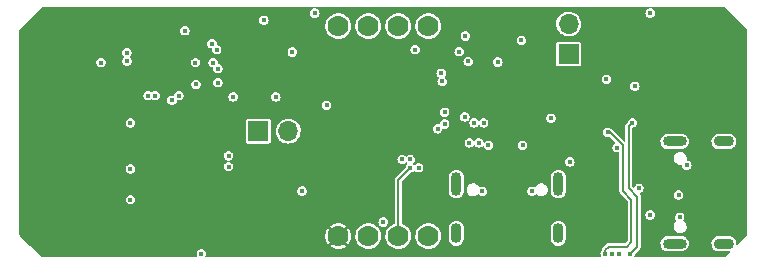
<source format=gbr>
%TF.GenerationSoftware,KiCad,Pcbnew,(6.0.5)*%
%TF.CreationDate,2022-11-25T19:57:39-05:00*%
%TF.ProjectId,Rotini-Hardware,526f7469-6e69-42d4-9861-726477617265,rev?*%
%TF.SameCoordinates,Original*%
%TF.FileFunction,Copper,L2,Inr*%
%TF.FilePolarity,Positive*%
%FSLAX46Y46*%
G04 Gerber Fmt 4.6, Leading zero omitted, Abs format (unit mm)*
G04 Created by KiCad (PCBNEW (6.0.5)) date 2022-11-25 19:57:39*
%MOMM*%
%LPD*%
G01*
G04 APERTURE LIST*
%TA.AperFunction,ComponentPad*%
%ADD10R,1.700000X1.700000*%
%TD*%
%TA.AperFunction,ComponentPad*%
%ADD11O,1.700000X1.700000*%
%TD*%
%TA.AperFunction,ComponentPad*%
%ADD12O,2.000000X0.900000*%
%TD*%
%TA.AperFunction,ComponentPad*%
%ADD13O,1.700000X0.900000*%
%TD*%
%TA.AperFunction,ComponentPad*%
%ADD14C,1.778000*%
%TD*%
%TA.AperFunction,ComponentPad*%
%ADD15O,0.900000X2.000000*%
%TD*%
%TA.AperFunction,ComponentPad*%
%ADD16O,0.900000X1.700000*%
%TD*%
%TA.AperFunction,ViaPad*%
%ADD17C,0.400000*%
%TD*%
%TA.AperFunction,Conductor*%
%ADD18C,0.203200*%
%TD*%
G04 APERTURE END LIST*
D10*
%TO.N,E_RXD*%
%TO.C,J2*%
X15700000Y6625000D03*
D11*
%TO.N,E_TXD*%
X15700000Y9165000D03*
%TD*%
D12*
%TO.N,unconnected-(U51-PadS1)*%
%TO.C,U51*%
X24670000Y-9420000D03*
X24670000Y-780000D03*
D13*
X28840000Y-9420000D03*
X28840000Y-780000D03*
%TD*%
D14*
%TO.N,A2_CS*%
%TO.C,U30*%
X3810000Y8990000D03*
%TO.N,P_MISO*%
X1270000Y8990000D03*
%TO.N,unconnected-(U30-Pad3)*%
X-1270000Y8990000D03*
%TO.N,unconnected-(U30-Pad4)*%
X-3810000Y8990000D03*
%TO.N,GND*%
X-3810000Y-8790000D03*
%TO.N,+3V3*%
X-1270000Y-8790000D03*
%TO.N,P_MOSI*%
X1270000Y-8790000D03*
%TO.N,P_SCK*%
X3810000Y-8790000D03*
%TD*%
D15*
%TO.N,unconnected-(U52-PadS1)*%
%TO.C,U52*%
X6180000Y-4395000D03*
D16*
X14820000Y-8565000D03*
X6180000Y-8565000D03*
D15*
X14820000Y-4395000D03*
%TD*%
D10*
%TO.N,X_RX*%
%TO.C,J1*%
X-10575000Y100000D03*
D11*
%TO.N,X_TX*%
X-8035000Y100000D03*
%TD*%
D17*
%TO.N,GND*%
X-12300000Y7600000D03*
X20100000Y6200000D03*
X5200000Y8600000D03*
X19000000Y-1300000D03*
X-17700000Y4800000D03*
X18400000Y-8000000D03*
X-19600000Y4800000D03*
X21400000Y-1300000D03*
X-18500000Y1300000D03*
X26900000Y4300000D03*
X-22800000Y-10000000D03*
X-9500000Y4800000D03*
X9550000Y3400000D03*
X10850000Y2050000D03*
X-5200000Y7000000D03*
X-7300000Y5700000D03*
X2700000Y6200000D03*
X5200000Y10200000D03*
X-10800000Y6200000D03*
X-7600000Y9600000D03*
X5500000Y-6800000D03*
X-27000000Y10400000D03*
X10850000Y4750000D03*
X-12300000Y4800000D03*
X13800000Y-2900000D03*
X14200000Y-100000D03*
X8150000Y4750000D03*
X-26900000Y-3900000D03*
X-17400000Y-3100000D03*
X2700000Y2200000D03*
X-5420000Y3780000D03*
X20400000Y-8000000D03*
X-24300000Y3100000D03*
X2875000Y-5825000D03*
X-14200000Y-9100000D03*
X2700000Y5400000D03*
X20400000Y-6000000D03*
X23200000Y-8400000D03*
X-26900000Y-4900000D03*
X-16700000Y9300000D03*
X13800000Y8000000D03*
X26900000Y6300000D03*
X-17700000Y6700000D03*
X-26900000Y1600000D03*
X-29100000Y9800000D03*
X4100000Y-4000000D03*
X12900000Y-2400000D03*
X14200000Y2600000D03*
X-25000000Y10400000D03*
X9400000Y10000000D03*
X15800000Y-200000D03*
X-18587500Y5712500D03*
X-1500000Y-6850000D03*
X8400000Y8700000D03*
X-12600000Y-6500000D03*
X-15800000Y1300000D03*
X-8500000Y-8600000D03*
X-9500000Y7600000D03*
X2700000Y3000000D03*
X18400000Y9200000D03*
X-10600000Y10300000D03*
X-15000000Y5200000D03*
X-21800000Y4500000D03*
X-3250000Y-4300000D03*
X8000000Y-2500000D03*
X19400000Y-7000000D03*
X23200000Y-1800000D03*
X18400000Y-6000000D03*
X26700000Y2300000D03*
X-26900000Y3600000D03*
X-13100000Y-1100000D03*
X-19600000Y6700000D03*
X8150000Y2050000D03*
%TO.N,+3V3*%
X4900000Y5000000D03*
X-6875000Y-4975000D03*
X-23900000Y5900000D03*
X-12700000Y3000000D03*
X0Y-7600000D03*
X-4800000Y2300000D03*
X-17880000Y2720000D03*
X6950000Y8150000D03*
X-5800000Y10100000D03*
X11800000Y-1100000D03*
X2700000Y7000000D03*
X8900000Y-1100000D03*
X11700000Y7800000D03*
X22600000Y10100000D03*
X-15850000Y4050000D03*
X-10100000Y9500000D03*
X-14100000Y7000000D03*
X19800000Y-1300000D03*
X15800000Y-2500000D03*
X-7700000Y6800000D03*
X14200000Y1200000D03*
%TO.N,E_EN*%
X18900000Y4500000D03*
X6437500Y6837500D03*
%TO.N,E_IO0*%
X21300000Y3900000D03*
X5000000Y4300000D03*
%TO.N,VCC*%
X-21400000Y-5700000D03*
X-21400000Y-3100000D03*
X-21400000Y800000D03*
%TO.N,VBUS*%
X12600000Y-5000000D03*
X21650000Y-4750000D03*
X25700000Y-2800000D03*
X8400000Y-5000000D03*
X25100000Y-7200000D03*
X-15400000Y-10300000D03*
%TO.N,Net-(C70-Pad1)*%
X-21700000Y6750000D03*
X-17300000Y3100000D03*
%TO.N,X_TX*%
X5200000Y1700000D03*
%TO.N,X_RX*%
X6900000Y1300000D03*
%TO.N,E_TXD*%
X20000000Y-10300000D03*
%TO.N,E_RXD*%
X19400000Y-10300000D03*
X9700000Y5950000D03*
%TO.N,P_MOSI*%
X2300000Y-3000000D03*
X8100000Y-900000D03*
%TO.N,P_MISO*%
X8500000Y800000D03*
X2300000Y-2300000D03*
%TO.N,P_SCK*%
X7300000Y-900000D03*
X3000000Y-3000000D03*
%TO.N,CP_RTS*%
X19000000Y0D03*
X18800000Y-10300000D03*
%TO.N,CP_DTR*%
X21100000Y800000D03*
X20900000Y-10300000D03*
%TO.N,LED_1*%
X-13100000Y-2900000D03*
X4600000Y300000D03*
%TO.N,LED_2*%
X-13100000Y-2000000D03*
X5200000Y700000D03*
%TO.N,GPIO2*%
X-21695000Y6005000D03*
X-14000000Y5400000D03*
%TO.N,GPIO15*%
X-14400000Y5900000D03*
X-16800000Y8600000D03*
%TO.N,A2_CS*%
X7200000Y6000000D03*
%TO.N,Net-(U50-Pad4)*%
X25000000Y-5300000D03*
X22600000Y-7000000D03*
%TO.N,GPIO12*%
X-15900000Y5900000D03*
X-14500000Y7500000D03*
%TO.N,GPIO4*%
X-19300000Y3100000D03*
X-14000000Y4200000D03*
%TO.N,GPIO5*%
X-19900000Y3100000D03*
X-9100000Y3000000D03*
%TO.N,A1_CS*%
X7700000Y800000D03*
X1600000Y-2300000D03*
%TD*%
D18*
%TO.N,P_MOSI*%
X1270000Y-4030000D02*
X2300000Y-3000000D01*
X1270000Y-8790000D02*
X1270000Y-4030000D01*
%TO.N,CP_RTS*%
X19100000Y-9700000D02*
X20600000Y-9700000D01*
X21000000Y-5700000D02*
X20300000Y-5000000D01*
X21000000Y-9300000D02*
X21000000Y-5700000D01*
X20600000Y-9700000D02*
X21000000Y-9300000D01*
X18800000Y-10000000D02*
X19100000Y-9700000D01*
X20300000Y-5000000D02*
X20300000Y-1100000D01*
X19200000Y0D02*
X19000000Y0D01*
X18800000Y-10300000D02*
X18800000Y-10000000D01*
X20300000Y-1100000D02*
X19200000Y0D01*
%TO.N,CP_DTR*%
X20900000Y-10300000D02*
X21500000Y-9700000D01*
X20800000Y500000D02*
X21100000Y800000D01*
X21500000Y-5450000D02*
X20800000Y-4750000D01*
X21500000Y-9700000D02*
X21500000Y-5450000D01*
X20800000Y-4750000D02*
X20800000Y500000D01*
%TD*%
%TA.AperFunction,Conductor*%
%TO.N,GND*%
G36*
X-5801102Y10587918D02*
G01*
X-5799739Y10590142D01*
X-5770937Y10599500D01*
X22570937Y10599500D01*
X22598898Y10587918D01*
X22600261Y10590142D01*
X22629063Y10599500D01*
X28896654Y10599500D01*
X28931302Y10585148D01*
X30785148Y8731302D01*
X30799500Y8696654D01*
X30799500Y-8696655D01*
X30785148Y-8731303D01*
X29969072Y-9547378D01*
X29934424Y-9561730D01*
X29899776Y-9547378D01*
X29885424Y-9512730D01*
X29886292Y-9503548D01*
X29893799Y-9464196D01*
X29893799Y-9464194D01*
X29894376Y-9461170D01*
X29884056Y-9297140D01*
X29877839Y-9278004D01*
X29834220Y-9143758D01*
X29834219Y-9143756D01*
X29833268Y-9140829D01*
X29745202Y-9002060D01*
X29653914Y-8916335D01*
X29627639Y-8891661D01*
X29627638Y-8891661D01*
X29625393Y-8889552D01*
X29603755Y-8877656D01*
X29543075Y-8844297D01*
X29481368Y-8810373D01*
X29386686Y-8786063D01*
X29325162Y-8770266D01*
X29325159Y-8770266D01*
X29322177Y-8769500D01*
X28399075Y-8769500D01*
X28293601Y-8782825D01*
X28279997Y-8784543D01*
X28276942Y-8784929D01*
X28124129Y-8845432D01*
X27991163Y-8942037D01*
X27886400Y-9068674D01*
X27885089Y-9071461D01*
X27817731Y-9214602D01*
X27817730Y-9214606D01*
X27816421Y-9217387D01*
X27815844Y-9220412D01*
X27791049Y-9350393D01*
X27785624Y-9378830D01*
X27795944Y-9542860D01*
X27796894Y-9545785D01*
X27796895Y-9545788D01*
X27844672Y-9692832D01*
X27846732Y-9699171D01*
X27869798Y-9735517D01*
X27930465Y-9831112D01*
X27934798Y-9837940D01*
X27937045Y-9840050D01*
X28047118Y-9943415D01*
X28054607Y-9950448D01*
X28057305Y-9951931D01*
X28057306Y-9951932D01*
X28080136Y-9964483D01*
X28198632Y-10029627D01*
X28262822Y-10046108D01*
X28354838Y-10069734D01*
X28354841Y-10069734D01*
X28357823Y-10070500D01*
X29280925Y-10070500D01*
X29282435Y-10070309D01*
X29282439Y-10070309D01*
X29300452Y-10068033D01*
X29327824Y-10064575D01*
X29363997Y-10074471D01*
X29382579Y-10107047D01*
X29372683Y-10143221D01*
X29368613Y-10147837D01*
X28931302Y-10585148D01*
X28896654Y-10599500D01*
X21276849Y-10599500D01*
X21242201Y-10585148D01*
X21227849Y-10550500D01*
X21233190Y-10528254D01*
X21283896Y-10428738D01*
X21285646Y-10425304D01*
X21298910Y-10341557D01*
X21312659Y-10314574D01*
X21674061Y-9953172D01*
X21679277Y-9948669D01*
X21683240Y-9946732D01*
X21715472Y-9911986D01*
X21717734Y-9909547D01*
X21719010Y-9908223D01*
X21733484Y-9893749D01*
X21734756Y-9891895D01*
X21735642Y-9890829D01*
X21739040Y-9886579D01*
X21756701Y-9867540D01*
X21759777Y-9864224D01*
X21766150Y-9848250D01*
X21771256Y-9838688D01*
X21776453Y-9831112D01*
X21780980Y-9824513D01*
X21783611Y-9813429D01*
X21788018Y-9794857D01*
X21790182Y-9788014D01*
X21800200Y-9762905D01*
X21800201Y-9762901D01*
X21801480Y-9759695D01*
X21802100Y-9753372D01*
X21802100Y-9741252D01*
X21803424Y-9729938D01*
X21805921Y-9719417D01*
X21805921Y-9719416D01*
X21806966Y-9715013D01*
X21802548Y-9682550D01*
X21802100Y-9675942D01*
X21802100Y-9378830D01*
X23465624Y-9378830D01*
X23475944Y-9542860D01*
X23476894Y-9545785D01*
X23476895Y-9545788D01*
X23524672Y-9692832D01*
X23526732Y-9699171D01*
X23549798Y-9735517D01*
X23610465Y-9831112D01*
X23614798Y-9837940D01*
X23617045Y-9840050D01*
X23727118Y-9943415D01*
X23734607Y-9950448D01*
X23737305Y-9951931D01*
X23737306Y-9951932D01*
X23760136Y-9964483D01*
X23878632Y-10029627D01*
X23942822Y-10046108D01*
X24034838Y-10069734D01*
X24034841Y-10069734D01*
X24037823Y-10070500D01*
X25260925Y-10070500D01*
X25366399Y-10057175D01*
X25380003Y-10055457D01*
X25383058Y-10055071D01*
X25535871Y-9994568D01*
X25668837Y-9897963D01*
X25671005Y-9895343D01*
X25746030Y-9804652D01*
X25773600Y-9771326D01*
X25808932Y-9696242D01*
X25842269Y-9625398D01*
X25842270Y-9625394D01*
X25843579Y-9622613D01*
X25855854Y-9558268D01*
X25873799Y-9464196D01*
X25873799Y-9464194D01*
X25874376Y-9461170D01*
X25864056Y-9297140D01*
X25857839Y-9278004D01*
X25814220Y-9143758D01*
X25814219Y-9143756D01*
X25813268Y-9140829D01*
X25725202Y-9002060D01*
X25633914Y-8916335D01*
X25607639Y-8891661D01*
X25607638Y-8891661D01*
X25605393Y-8889552D01*
X25583755Y-8877656D01*
X25523075Y-8844297D01*
X25461368Y-8810373D01*
X25366686Y-8786063D01*
X25305162Y-8770266D01*
X25305159Y-8770266D01*
X25302177Y-8769500D01*
X24079075Y-8769500D01*
X23973601Y-8782825D01*
X23959997Y-8784543D01*
X23956942Y-8784929D01*
X23804129Y-8845432D01*
X23671163Y-8942037D01*
X23566400Y-9068674D01*
X23565089Y-9071461D01*
X23497731Y-9214602D01*
X23497730Y-9214606D01*
X23496421Y-9217387D01*
X23495844Y-9220412D01*
X23471049Y-9350393D01*
X23465624Y-9378830D01*
X21802100Y-9378830D01*
X21802100Y-8024891D01*
X24595420Y-8024891D01*
X24596080Y-8028164D01*
X24596080Y-8028165D01*
X24615420Y-8124075D01*
X24625233Y-8172743D01*
X24626749Y-8175719D01*
X24626750Y-8175721D01*
X24692188Y-8304152D01*
X24692190Y-8304155D01*
X24693707Y-8307132D01*
X24795799Y-8418156D01*
X24923986Y-8497635D01*
X24927189Y-8498566D01*
X24927190Y-8498566D01*
X25066353Y-8538997D01*
X25066355Y-8538997D01*
X25068825Y-8539715D01*
X25071389Y-8539903D01*
X25071393Y-8539904D01*
X25075122Y-8540177D01*
X25079515Y-8540500D01*
X25187785Y-8540500D01*
X25189432Y-8540274D01*
X25189438Y-8540274D01*
X25243733Y-8532836D01*
X25299432Y-8525206D01*
X25302499Y-8523879D01*
X25434789Y-8466632D01*
X25434790Y-8466631D01*
X25437855Y-8465305D01*
X25555070Y-8370386D01*
X25642442Y-8247442D01*
X25652209Y-8220315D01*
X25692402Y-8108674D01*
X25692402Y-8108673D01*
X25693533Y-8105532D01*
X25693894Y-8100628D01*
X25702466Y-7983896D01*
X25704580Y-7955109D01*
X25702693Y-7945751D01*
X25675428Y-7810533D01*
X25675427Y-7810530D01*
X25674767Y-7807257D01*
X25673119Y-7804022D01*
X25607812Y-7675848D01*
X25607810Y-7675845D01*
X25606293Y-7672868D01*
X25594275Y-7659798D01*
X25539287Y-7600000D01*
X25504201Y-7561844D01*
X25470331Y-7540844D01*
X25433503Y-7518009D01*
X25411619Y-7487553D01*
X25417679Y-7450543D01*
X25424676Y-7441716D01*
X25428050Y-7438342D01*
X25485646Y-7325304D01*
X25505492Y-7200000D01*
X25494205Y-7128738D01*
X25486249Y-7078502D01*
X25486249Y-7078501D01*
X25485646Y-7074696D01*
X25428050Y-6961658D01*
X25338342Y-6871950D01*
X25334909Y-6870201D01*
X25334908Y-6870200D01*
X25281823Y-6843152D01*
X25225304Y-6814354D01*
X25221499Y-6813751D01*
X25221498Y-6813751D01*
X25103807Y-6795111D01*
X25100000Y-6794508D01*
X25096193Y-6795111D01*
X24978502Y-6813751D01*
X24978501Y-6813751D01*
X24974696Y-6814354D01*
X24918177Y-6843152D01*
X24865092Y-6870200D01*
X24865091Y-6870201D01*
X24861658Y-6871950D01*
X24771950Y-6961658D01*
X24714354Y-7074696D01*
X24713751Y-7078501D01*
X24713751Y-7078502D01*
X24705795Y-7128738D01*
X24694508Y-7200000D01*
X24714354Y-7325304D01*
X24771950Y-7438342D01*
X24816016Y-7482408D01*
X24830368Y-7517056D01*
X24816016Y-7551704D01*
X24812205Y-7555136D01*
X24744930Y-7609614D01*
X24657558Y-7732558D01*
X24656427Y-7735698D01*
X24656426Y-7735701D01*
X24614557Y-7851996D01*
X24606467Y-7874468D01*
X24606223Y-7877796D01*
X24606222Y-7877799D01*
X24603039Y-7921140D01*
X24595420Y-8024891D01*
X21802100Y-8024891D01*
X21802100Y-7000000D01*
X22194508Y-7000000D01*
X22195111Y-7003807D01*
X22206339Y-7074696D01*
X22214354Y-7125304D01*
X22271950Y-7238342D01*
X22361658Y-7328050D01*
X22365091Y-7329799D01*
X22365092Y-7329800D01*
X22418177Y-7356848D01*
X22474696Y-7385646D01*
X22478501Y-7386249D01*
X22478502Y-7386249D01*
X22596193Y-7404889D01*
X22600000Y-7405492D01*
X22603807Y-7404889D01*
X22721498Y-7386249D01*
X22721499Y-7386249D01*
X22725304Y-7385646D01*
X22781823Y-7356848D01*
X22834908Y-7329800D01*
X22834909Y-7329799D01*
X22838342Y-7328050D01*
X22928050Y-7238342D01*
X22985646Y-7125304D01*
X22993662Y-7074696D01*
X23004889Y-7003807D01*
X23005492Y-7000000D01*
X22985646Y-6874696D01*
X22928050Y-6761658D01*
X22838342Y-6671950D01*
X22834909Y-6670201D01*
X22834908Y-6670200D01*
X22781823Y-6643152D01*
X22725304Y-6614354D01*
X22721499Y-6613751D01*
X22721498Y-6613751D01*
X22603807Y-6595111D01*
X22600000Y-6594508D01*
X22596193Y-6595111D01*
X22478502Y-6613751D01*
X22478501Y-6613751D01*
X22474696Y-6614354D01*
X22418177Y-6643152D01*
X22365092Y-6670200D01*
X22365091Y-6670201D01*
X22361658Y-6671950D01*
X22271950Y-6761658D01*
X22214354Y-6874696D01*
X22194508Y-7000000D01*
X21802100Y-7000000D01*
X21802100Y-5505934D01*
X21802605Y-5499063D01*
X21804036Y-5494895D01*
X21802134Y-5444230D01*
X21802100Y-5442393D01*
X21802100Y-5421903D01*
X21801686Y-5419678D01*
X21801560Y-5418317D01*
X21800958Y-5412897D01*
X21799984Y-5386958D01*
X21799814Y-5382433D01*
X21798029Y-5378278D01*
X21798027Y-5378270D01*
X21793026Y-5366632D01*
X21789874Y-5356260D01*
X21787555Y-5343807D01*
X21786727Y-5339361D01*
X21770731Y-5313410D01*
X21767426Y-5307048D01*
X21764398Y-5300000D01*
X24594508Y-5300000D01*
X24595111Y-5303807D01*
X24611753Y-5408879D01*
X24614354Y-5425304D01*
X24632877Y-5461658D01*
X24649813Y-5494895D01*
X24671950Y-5538342D01*
X24761658Y-5628050D01*
X24765091Y-5629799D01*
X24765092Y-5629800D01*
X24818177Y-5656848D01*
X24874696Y-5685646D01*
X24878501Y-5686249D01*
X24878502Y-5686249D01*
X24996193Y-5704889D01*
X25000000Y-5705492D01*
X25003807Y-5704889D01*
X25121498Y-5686249D01*
X25121499Y-5686249D01*
X25125304Y-5685646D01*
X25181823Y-5656848D01*
X25234908Y-5629800D01*
X25234909Y-5629799D01*
X25238342Y-5628050D01*
X25328050Y-5538342D01*
X25350188Y-5494895D01*
X25367123Y-5461658D01*
X25385646Y-5425304D01*
X25388248Y-5408879D01*
X25404889Y-5303807D01*
X25405492Y-5300000D01*
X25395731Y-5238368D01*
X25386249Y-5178502D01*
X25386249Y-5178501D01*
X25385646Y-5174696D01*
X25350740Y-5106190D01*
X25329800Y-5065092D01*
X25329799Y-5065091D01*
X25328050Y-5061658D01*
X25238342Y-4971950D01*
X25234909Y-4970201D01*
X25234908Y-4970200D01*
X25181823Y-4943152D01*
X25125304Y-4914354D01*
X25121499Y-4913751D01*
X25121498Y-4913751D01*
X25003807Y-4895111D01*
X25000000Y-4894508D01*
X24996193Y-4895111D01*
X24878502Y-4913751D01*
X24878501Y-4913751D01*
X24874696Y-4914354D01*
X24818177Y-4943152D01*
X24765092Y-4970200D01*
X24765091Y-4970201D01*
X24761658Y-4971950D01*
X24671950Y-5061658D01*
X24670201Y-5065091D01*
X24670200Y-5065092D01*
X24649260Y-5106190D01*
X24614354Y-5174696D01*
X24613751Y-5178501D01*
X24613751Y-5178502D01*
X24604269Y-5238368D01*
X24594508Y-5300000D01*
X21764398Y-5300000D01*
X21756755Y-5282211D01*
X21756754Y-5282210D01*
X21755389Y-5279032D01*
X21751356Y-5274122D01*
X21742789Y-5265555D01*
X21735725Y-5256619D01*
X21730048Y-5247410D01*
X21727674Y-5243558D01*
X21720815Y-5238342D01*
X21709770Y-5229943D01*
X21690877Y-5197547D01*
X21700425Y-5161280D01*
X21731764Y-5142542D01*
X21771498Y-5136249D01*
X21771499Y-5136249D01*
X21775304Y-5135646D01*
X21857551Y-5093739D01*
X21884908Y-5079800D01*
X21884909Y-5079799D01*
X21888342Y-5078050D01*
X21978050Y-4988342D01*
X21982909Y-4978807D01*
X22033896Y-4878738D01*
X22035646Y-4875304D01*
X22055492Y-4750000D01*
X22042459Y-4667710D01*
X22036249Y-4628502D01*
X22036249Y-4628501D01*
X22035646Y-4624696D01*
X21978050Y-4511658D01*
X21888342Y-4421950D01*
X21884909Y-4420201D01*
X21884908Y-4420200D01*
X21831823Y-4393152D01*
X21775304Y-4364354D01*
X21771499Y-4363751D01*
X21771498Y-4363751D01*
X21653807Y-4345111D01*
X21650000Y-4344508D01*
X21646193Y-4345111D01*
X21528502Y-4363751D01*
X21528501Y-4363751D01*
X21524696Y-4364354D01*
X21468177Y-4393152D01*
X21415092Y-4420200D01*
X21415091Y-4420201D01*
X21411658Y-4421950D01*
X21321950Y-4511658D01*
X21264354Y-4624696D01*
X21263751Y-4628501D01*
X21263751Y-4628502D01*
X21257190Y-4669928D01*
X21237595Y-4701905D01*
X21201128Y-4710660D01*
X21174145Y-4696911D01*
X21116452Y-4639218D01*
X21102100Y-4604570D01*
X21102100Y-2244891D01*
X24595420Y-2244891D01*
X24596080Y-2248164D01*
X24596080Y-2248165D01*
X24623924Y-2386249D01*
X24625233Y-2392743D01*
X24626749Y-2395719D01*
X24626750Y-2395721D01*
X24692188Y-2524152D01*
X24692190Y-2524155D01*
X24693707Y-2527132D01*
X24795799Y-2638156D01*
X24798636Y-2639915D01*
X24917722Y-2713751D01*
X24923986Y-2717635D01*
X24927189Y-2718566D01*
X24927190Y-2718566D01*
X25066353Y-2758997D01*
X25066355Y-2758997D01*
X25068825Y-2759715D01*
X25071389Y-2759903D01*
X25071393Y-2759904D01*
X25075122Y-2760177D01*
X25079515Y-2760500D01*
X25187785Y-2760500D01*
X25189432Y-2760274D01*
X25189438Y-2760274D01*
X25226889Y-2755143D01*
X25239461Y-2753421D01*
X25275736Y-2762938D01*
X25294658Y-2795318D01*
X25294836Y-2797930D01*
X25294508Y-2800000D01*
X25295111Y-2803807D01*
X25311121Y-2904889D01*
X25314354Y-2925304D01*
X25316104Y-2928738D01*
X25363368Y-3021498D01*
X25371950Y-3038342D01*
X25461658Y-3128050D01*
X25465091Y-3129799D01*
X25465092Y-3129800D01*
X25481857Y-3138342D01*
X25574696Y-3185646D01*
X25578501Y-3186249D01*
X25578502Y-3186249D01*
X25696193Y-3204889D01*
X25700000Y-3205492D01*
X25703807Y-3204889D01*
X25821498Y-3186249D01*
X25821499Y-3186249D01*
X25825304Y-3185646D01*
X25918143Y-3138342D01*
X25934908Y-3129800D01*
X25934909Y-3129799D01*
X25938342Y-3128050D01*
X26028050Y-3038342D01*
X26036633Y-3021498D01*
X26083896Y-2928738D01*
X26085646Y-2925304D01*
X26088880Y-2904889D01*
X26104889Y-2803807D01*
X26105492Y-2800000D01*
X26099200Y-2760274D01*
X26086249Y-2678502D01*
X26086249Y-2678501D01*
X26085646Y-2674696D01*
X26033294Y-2571950D01*
X26029800Y-2565092D01*
X26029799Y-2565091D01*
X26028050Y-2561658D01*
X25938342Y-2471950D01*
X25934909Y-2470201D01*
X25934908Y-2470200D01*
X25846794Y-2425304D01*
X25825304Y-2414354D01*
X25821499Y-2413751D01*
X25821498Y-2413751D01*
X25786468Y-2408203D01*
X25728889Y-2399084D01*
X25696913Y-2379489D01*
X25688158Y-2343022D01*
X25690450Y-2334096D01*
X25693533Y-2325532D01*
X25695129Y-2303807D01*
X25704335Y-2178441D01*
X25704580Y-2175109D01*
X25695230Y-2128738D01*
X25675428Y-2030533D01*
X25675427Y-2030530D01*
X25674767Y-2027257D01*
X25660879Y-2000000D01*
X25607812Y-1895848D01*
X25607810Y-1895845D01*
X25606293Y-1892868D01*
X25504201Y-1781844D01*
X25382470Y-1706368D01*
X25378848Y-1704122D01*
X25378847Y-1704122D01*
X25376014Y-1702365D01*
X25320543Y-1686249D01*
X25233647Y-1661003D01*
X25233645Y-1661003D01*
X25231175Y-1660285D01*
X25228611Y-1660097D01*
X25228607Y-1660096D01*
X25224878Y-1659823D01*
X25220485Y-1659500D01*
X25112215Y-1659500D01*
X25110568Y-1659726D01*
X25110562Y-1659726D01*
X25056267Y-1667164D01*
X25000568Y-1674794D01*
X24997502Y-1676121D01*
X24997501Y-1676121D01*
X24865211Y-1733368D01*
X24865210Y-1733369D01*
X24862145Y-1734695D01*
X24859550Y-1736796D01*
X24859549Y-1736797D01*
X24824608Y-1765092D01*
X24744930Y-1829614D01*
X24657558Y-1952558D01*
X24656427Y-1955698D01*
X24656426Y-1955701D01*
X24629485Y-2030533D01*
X24606467Y-2094468D01*
X24606223Y-2097796D01*
X24606222Y-2097799D01*
X24604878Y-2116104D01*
X24595420Y-2244891D01*
X21102100Y-2244891D01*
X21102100Y-738830D01*
X23465624Y-738830D01*
X23475944Y-902860D01*
X23476894Y-905785D01*
X23476895Y-905788D01*
X23525780Y-1056242D01*
X23526732Y-1059171D01*
X23528383Y-1061772D01*
X23597868Y-1171262D01*
X23614798Y-1197940D01*
X23657360Y-1237909D01*
X23708196Y-1285646D01*
X23734607Y-1310448D01*
X23878632Y-1389627D01*
X23955629Y-1409396D01*
X24034838Y-1429734D01*
X24034841Y-1429734D01*
X24037823Y-1430500D01*
X25260925Y-1430500D01*
X25366399Y-1417175D01*
X25380003Y-1415457D01*
X25383058Y-1415071D01*
X25535871Y-1354568D01*
X25668837Y-1257963D01*
X25773600Y-1131326D01*
X25825281Y-1021498D01*
X25842269Y-985398D01*
X25842270Y-985394D01*
X25843579Y-982613D01*
X25849795Y-950029D01*
X25873799Y-824196D01*
X25873799Y-824194D01*
X25874376Y-821170D01*
X25869196Y-738830D01*
X27785624Y-738830D01*
X27795944Y-902860D01*
X27796894Y-905785D01*
X27796895Y-905788D01*
X27845780Y-1056242D01*
X27846732Y-1059171D01*
X27848383Y-1061772D01*
X27917868Y-1171262D01*
X27934798Y-1197940D01*
X27977360Y-1237909D01*
X28028196Y-1285646D01*
X28054607Y-1310448D01*
X28198632Y-1389627D01*
X28275629Y-1409396D01*
X28354838Y-1429734D01*
X28354841Y-1429734D01*
X28357823Y-1430500D01*
X29280925Y-1430500D01*
X29386399Y-1417175D01*
X29400003Y-1415457D01*
X29403058Y-1415071D01*
X29555871Y-1354568D01*
X29688837Y-1257963D01*
X29793600Y-1131326D01*
X29845281Y-1021498D01*
X29862269Y-985398D01*
X29862270Y-985394D01*
X29863579Y-982613D01*
X29869795Y-950029D01*
X29893799Y-824196D01*
X29893799Y-824194D01*
X29894376Y-821170D01*
X29884056Y-657140D01*
X29876806Y-634825D01*
X29834220Y-503758D01*
X29834219Y-503756D01*
X29833268Y-500829D01*
X29768189Y-398281D01*
X29746853Y-364661D01*
X29746852Y-364659D01*
X29745202Y-362060D01*
X29625393Y-249552D01*
X29605003Y-238342D01*
X29484067Y-171857D01*
X29481368Y-170373D01*
X29386686Y-146063D01*
X29325162Y-130266D01*
X29325159Y-130266D01*
X29322177Y-129500D01*
X28399075Y-129500D01*
X28293601Y-142825D01*
X28279997Y-144543D01*
X28276942Y-144929D01*
X28124129Y-205432D01*
X27991163Y-302037D01*
X27989199Y-304411D01*
X27966847Y-331430D01*
X27886400Y-428674D01*
X27885089Y-431461D01*
X27817731Y-574602D01*
X27817730Y-574606D01*
X27816421Y-577387D01*
X27815844Y-580412D01*
X27789754Y-717182D01*
X27785624Y-738830D01*
X25869196Y-738830D01*
X25864056Y-657140D01*
X25856806Y-634825D01*
X25814220Y-503758D01*
X25814219Y-503756D01*
X25813268Y-500829D01*
X25748189Y-398281D01*
X25726853Y-364661D01*
X25726852Y-364659D01*
X25725202Y-362060D01*
X25605393Y-249552D01*
X25585003Y-238342D01*
X25464067Y-171857D01*
X25461368Y-170373D01*
X25366686Y-146063D01*
X25305162Y-130266D01*
X25305159Y-130266D01*
X25302177Y-129500D01*
X24079075Y-129500D01*
X23973601Y-142825D01*
X23959997Y-144543D01*
X23956942Y-144929D01*
X23804129Y-205432D01*
X23671163Y-302037D01*
X23669199Y-304411D01*
X23646847Y-331430D01*
X23566400Y-428674D01*
X23565089Y-431461D01*
X23497731Y-574602D01*
X23497730Y-574606D01*
X23496421Y-577387D01*
X23495844Y-580412D01*
X23469754Y-717182D01*
X23465624Y-738830D01*
X21102100Y-738830D01*
X21102100Y352991D01*
X21116452Y387639D01*
X21143434Y401388D01*
X21184177Y407840D01*
X21221498Y413751D01*
X21221499Y413751D01*
X21225304Y414354D01*
X21318143Y461658D01*
X21334908Y470200D01*
X21334909Y470201D01*
X21338342Y471950D01*
X21428050Y561658D01*
X21436633Y578502D01*
X21462770Y629800D01*
X21485646Y674696D01*
X21486482Y679971D01*
X21504889Y796193D01*
X21505492Y800000D01*
X21496910Y854185D01*
X21486249Y921498D01*
X21486249Y921499D01*
X21485646Y925304D01*
X21455545Y984381D01*
X21429800Y1034908D01*
X21429799Y1034909D01*
X21428050Y1038342D01*
X21338342Y1128050D01*
X21334909Y1129799D01*
X21334908Y1129800D01*
X21246794Y1174696D01*
X21225304Y1185646D01*
X21221499Y1186249D01*
X21221498Y1186249D01*
X21103807Y1204889D01*
X21100000Y1205492D01*
X21096193Y1204889D01*
X20978502Y1186249D01*
X20978501Y1186249D01*
X20974696Y1185646D01*
X20953206Y1174696D01*
X20865092Y1129800D01*
X20865091Y1129799D01*
X20861658Y1128050D01*
X20771950Y1038342D01*
X20770201Y1034909D01*
X20770200Y1034908D01*
X20744455Y984381D01*
X20714354Y925304D01*
X20713751Y921499D01*
X20713751Y921498D01*
X20701090Y841558D01*
X20687341Y814575D01*
X20625935Y753169D01*
X20620722Y748668D01*
X20616760Y746732D01*
X20613683Y743415D01*
X20582279Y709561D01*
X20581003Y708237D01*
X20566515Y693749D01*
X20565236Y691885D01*
X20564359Y690829D01*
X20560960Y686578D01*
X20540223Y664224D01*
X20538546Y660022D01*
X20538546Y660021D01*
X20533851Y648252D01*
X20528745Y638690D01*
X20522647Y629800D01*
X20519020Y624513D01*
X20517976Y620113D01*
X20517975Y620111D01*
X20511982Y594857D01*
X20509818Y588014D01*
X20499800Y562905D01*
X20499799Y562901D01*
X20498520Y559695D01*
X20497900Y553372D01*
X20497900Y541252D01*
X20496576Y529938D01*
X20493034Y515013D01*
X20497452Y482550D01*
X20497900Y475942D01*
X20497900Y-752370D01*
X20483548Y-787018D01*
X20448900Y-801370D01*
X20414252Y-787018D01*
X19453169Y174065D01*
X19448668Y179278D01*
X19446732Y183240D01*
X19409561Y217721D01*
X19408237Y218997D01*
X19393749Y233485D01*
X19391885Y234764D01*
X19390829Y235641D01*
X19386578Y239040D01*
X19364224Y259777D01*
X19348250Y266150D01*
X19338690Y271255D01*
X19328244Y278421D01*
X19328242Y278422D01*
X19324513Y280980D01*
X19320113Y282024D01*
X19320111Y282025D01*
X19294857Y288018D01*
X19288014Y290182D01*
X19277737Y294282D01*
X19261246Y305146D01*
X19238342Y328050D01*
X19234909Y329799D01*
X19234908Y329800D01*
X19155618Y370200D01*
X19125304Y385646D01*
X19121499Y386249D01*
X19121498Y386249D01*
X19003807Y404889D01*
X19000000Y405492D01*
X18996193Y404889D01*
X18878502Y386249D01*
X18878501Y386249D01*
X18874696Y385646D01*
X18844382Y370200D01*
X18765092Y329800D01*
X18765091Y329799D01*
X18761658Y328050D01*
X18671950Y238342D01*
X18614354Y125304D01*
X18613751Y121499D01*
X18613751Y121498D01*
X18603842Y58932D01*
X18594508Y0D01*
X18595111Y-3807D01*
X18611121Y-104889D01*
X18614354Y-125304D01*
X18671950Y-238342D01*
X18761658Y-328050D01*
X18765091Y-329799D01*
X18765092Y-329800D01*
X18818177Y-356848D01*
X18874696Y-385646D01*
X18878501Y-386249D01*
X18878502Y-386249D01*
X18996193Y-404889D01*
X19000000Y-405492D01*
X19003807Y-404889D01*
X19125304Y-385646D01*
X19125464Y-386656D01*
X19158650Y-389272D01*
X19171047Y-398281D01*
X19635237Y-862471D01*
X19649589Y-897119D01*
X19635237Y-931767D01*
X19622835Y-940778D01*
X19594596Y-955167D01*
X19561658Y-971950D01*
X19471950Y-1061658D01*
X19414354Y-1174696D01*
X19413751Y-1178501D01*
X19413751Y-1178502D01*
X19406335Y-1225324D01*
X19394508Y-1300000D01*
X19395111Y-1303807D01*
X19412554Y-1413937D01*
X19414354Y-1425304D01*
X19471950Y-1538342D01*
X19561658Y-1628050D01*
X19565091Y-1629799D01*
X19565092Y-1629800D01*
X19602099Y-1648656D01*
X19674696Y-1685646D01*
X19678501Y-1686249D01*
X19678502Y-1686249D01*
X19796193Y-1704889D01*
X19800000Y-1705492D01*
X19803807Y-1704889D01*
X19921498Y-1686249D01*
X19921499Y-1686249D01*
X19925304Y-1685646D01*
X19928738Y-1683896D01*
X19932407Y-1682704D01*
X19932978Y-1684461D01*
X19964038Y-1682014D01*
X19992557Y-1706368D01*
X19997900Y-1728617D01*
X19997900Y-4944062D01*
X19997395Y-4950936D01*
X19995964Y-4955104D01*
X19997792Y-5003807D01*
X19997866Y-5005768D01*
X19997900Y-5007606D01*
X19997900Y-5028097D01*
X19998312Y-5030311D01*
X19998434Y-5031631D01*
X19999042Y-5037101D01*
X20000186Y-5067566D01*
X20001973Y-5071724D01*
X20001973Y-5071726D01*
X20006974Y-5083365D01*
X20010125Y-5093737D01*
X20013273Y-5110639D01*
X20015648Y-5114492D01*
X20029268Y-5136588D01*
X20032577Y-5142958D01*
X20044611Y-5170968D01*
X20046805Y-5173639D01*
X20046806Y-5173641D01*
X20047875Y-5174943D01*
X20047884Y-5174953D01*
X20048643Y-5175877D01*
X20057211Y-5184445D01*
X20064275Y-5193381D01*
X20072326Y-5206442D01*
X20098110Y-5226049D01*
X20098414Y-5226280D01*
X20103402Y-5230636D01*
X20683548Y-5810782D01*
X20697900Y-5845430D01*
X20697900Y-9154570D01*
X20683548Y-9189218D01*
X20489218Y-9383548D01*
X20454570Y-9397900D01*
X19155938Y-9397900D01*
X19149064Y-9397395D01*
X19144896Y-9395964D01*
X19094232Y-9397866D01*
X19092394Y-9397900D01*
X19071903Y-9397900D01*
X19069689Y-9398312D01*
X19068369Y-9398434D01*
X19062899Y-9399042D01*
X19036958Y-9400016D01*
X19036957Y-9400016D01*
X19032434Y-9400186D01*
X19028276Y-9401973D01*
X19028274Y-9401973D01*
X19016635Y-9406974D01*
X19006263Y-9410125D01*
X19001853Y-9410947D01*
X18993810Y-9412444D01*
X18993808Y-9412445D01*
X18989361Y-9413273D01*
X18985508Y-9415648D01*
X18963412Y-9429268D01*
X18957042Y-9432577D01*
X18932209Y-9443246D01*
X18929032Y-9444611D01*
X18926361Y-9446805D01*
X18926359Y-9446806D01*
X18925057Y-9447875D01*
X18925047Y-9447884D01*
X18924123Y-9448643D01*
X18915555Y-9457211D01*
X18906619Y-9464275D01*
X18893558Y-9472326D01*
X18887298Y-9480558D01*
X18873720Y-9498414D01*
X18869364Y-9503402D01*
X18625935Y-9746831D01*
X18620722Y-9751332D01*
X18616760Y-9753268D01*
X18613683Y-9756585D01*
X18582279Y-9790439D01*
X18581003Y-9791763D01*
X18566515Y-9806251D01*
X18565236Y-9808115D01*
X18564359Y-9809171D01*
X18560960Y-9813422D01*
X18540223Y-9835776D01*
X18538546Y-9839978D01*
X18538546Y-9839979D01*
X18533851Y-9851748D01*
X18528745Y-9861310D01*
X18519020Y-9875487D01*
X18517976Y-9879887D01*
X18517975Y-9879889D01*
X18511982Y-9905143D01*
X18509818Y-9911986D01*
X18499800Y-9937095D01*
X18499799Y-9937099D01*
X18498520Y-9940305D01*
X18497900Y-9946628D01*
X18497900Y-9958748D01*
X18496576Y-9970062D01*
X18493034Y-9984987D01*
X18496417Y-10009842D01*
X18486868Y-10046108D01*
X18482512Y-10051096D01*
X18471950Y-10061658D01*
X18470201Y-10065091D01*
X18470200Y-10065092D01*
X18465421Y-10074471D01*
X18414354Y-10174696D01*
X18394508Y-10300000D01*
X18395111Y-10303807D01*
X18398600Y-10325833D01*
X18414354Y-10425304D01*
X18416104Y-10428738D01*
X18466810Y-10528254D01*
X18469753Y-10565642D01*
X18445397Y-10594159D01*
X18423151Y-10599500D01*
X-15023151Y-10599500D01*
X-15057799Y-10585148D01*
X-15072151Y-10550500D01*
X-15066810Y-10528254D01*
X-15016104Y-10428738D01*
X-15014354Y-10425304D01*
X-14998599Y-10325833D01*
X-14995111Y-10303807D01*
X-14994508Y-10300000D01*
X-15014354Y-10174696D01*
X-15065421Y-10074471D01*
X-15070200Y-10065092D01*
X-15070201Y-10065091D01*
X-15071950Y-10061658D01*
X-15161658Y-9971950D01*
X-15165091Y-9970201D01*
X-15165092Y-9970200D01*
X-15223765Y-9940305D01*
X-15274696Y-9914354D01*
X-15278501Y-9913751D01*
X-15278502Y-9913751D01*
X-15396193Y-9895111D01*
X-15400000Y-9894508D01*
X-15403807Y-9895111D01*
X-15521498Y-9913751D01*
X-15521499Y-9913751D01*
X-15525304Y-9914354D01*
X-15576235Y-9940305D01*
X-15634908Y-9970200D01*
X-15634909Y-9970201D01*
X-15638342Y-9971950D01*
X-15728050Y-10061658D01*
X-15729799Y-10065091D01*
X-15729800Y-10065092D01*
X-15734579Y-10074471D01*
X-15785646Y-10174696D01*
X-15805492Y-10300000D01*
X-15804889Y-10303807D01*
X-15801400Y-10325833D01*
X-15785646Y-10425304D01*
X-15783896Y-10428738D01*
X-15733190Y-10528254D01*
X-15730247Y-10565642D01*
X-15754603Y-10594159D01*
X-15776849Y-10599500D01*
X-28896655Y-10599500D01*
X-28931303Y-10585148D01*
X-29886680Y-9629770D01*
X-4504414Y-9629770D01*
X-4501421Y-9636863D01*
X-4499877Y-9638367D01*
X-4496397Y-9641186D01*
X-4333720Y-9749884D01*
X-4329787Y-9752019D01*
X-4150027Y-9829249D01*
X-4145768Y-9830633D01*
X-3954942Y-9873814D01*
X-3950507Y-9874397D01*
X-3755009Y-9882078D01*
X-3750538Y-9881844D01*
X-3556908Y-9853769D01*
X-3552567Y-9852727D01*
X-3367289Y-9789834D01*
X-3363207Y-9788016D01*
X-3192503Y-9692417D01*
X-3188814Y-9689882D01*
X-3121364Y-9633783D01*
X-3117890Y-9627181D01*
X-3119534Y-9621887D01*
X-3803107Y-8938314D01*
X-3810000Y-8935459D01*
X-3816893Y-8938314D01*
X-4501631Y-9623052D01*
X-4504414Y-9629770D01*
X-29886680Y-9629770D01*
X-30752837Y-8763613D01*
X-4903143Y-8763613D01*
X-4890347Y-8958849D01*
X-4889647Y-8963263D01*
X-4841488Y-9152891D01*
X-4839992Y-9157115D01*
X-4758085Y-9334787D01*
X-4755841Y-9338672D01*
X-4655566Y-9480558D01*
X-4649256Y-9484540D01*
X-4644997Y-9483576D01*
X-3958314Y-8796893D01*
X-3955459Y-8790000D01*
X-3664541Y-8790000D01*
X-3661686Y-8796893D01*
X-2979342Y-9479237D01*
X-2972449Y-9482092D01*
X-2967326Y-9479970D01*
X-2910118Y-9411186D01*
X-2907583Y-9407497D01*
X-2811984Y-9236793D01*
X-2810166Y-9232711D01*
X-2747273Y-9047433D01*
X-2746231Y-9043092D01*
X-2718041Y-8848668D01*
X-2717796Y-8845792D01*
X-2716373Y-8791453D01*
X-2716468Y-8788551D01*
X-2718967Y-8761358D01*
X-2363793Y-8761358D01*
X-2350697Y-8961166D01*
X-2301408Y-9155241D01*
X-2300472Y-9157271D01*
X-2300470Y-9157277D01*
X-2234574Y-9300215D01*
X-2217577Y-9337084D01*
X-2102012Y-9500605D01*
X-2100404Y-9502171D01*
X-2100401Y-9502175D01*
X-2054661Y-9546732D01*
X-1958582Y-9640328D01*
X-1956720Y-9641572D01*
X-1956719Y-9641573D01*
X-1794621Y-9749884D01*
X-1792092Y-9751574D01*
X-1608117Y-9830616D01*
X-1605925Y-9831112D01*
X-1415008Y-9874312D01*
X-1415002Y-9874313D01*
X-1412818Y-9874807D01*
X-1328599Y-9878116D01*
X-1214983Y-9882580D01*
X-1214980Y-9882580D01*
X-1212736Y-9882668D01*
X-1210517Y-9882346D01*
X-1210512Y-9882346D01*
X-1085528Y-9864224D01*
X-1014572Y-9853936D01*
X-1012450Y-9853216D01*
X-1012447Y-9853215D01*
X-914491Y-9819963D01*
X-824962Y-9789572D01*
X-766059Y-9756585D01*
X-652218Y-9692832D01*
X-652216Y-9692831D01*
X-650256Y-9691733D01*
X-639214Y-9682550D01*
X-498029Y-9565127D01*
X-496306Y-9563694D01*
X-481414Y-9545788D01*
X-369703Y-9411471D01*
X-369701Y-9411469D01*
X-368267Y-9409744D01*
X-367008Y-9407497D01*
X-271524Y-9236995D01*
X-270428Y-9235038D01*
X-206064Y-9045428D01*
X-191073Y-8942037D01*
X-177539Y-8848694D01*
X-177539Y-8848688D01*
X-177332Y-8847264D01*
X-176404Y-8811857D01*
X-175870Y-8791452D01*
X-175870Y-8791451D01*
X-175832Y-8790000D01*
X-176465Y-8783107D01*
X-178463Y-8761358D01*
X176207Y-8761358D01*
X189303Y-8961166D01*
X238592Y-9155241D01*
X239528Y-9157271D01*
X239530Y-9157277D01*
X305426Y-9300215D01*
X322423Y-9337084D01*
X437988Y-9500605D01*
X439596Y-9502171D01*
X439599Y-9502175D01*
X485339Y-9546732D01*
X581418Y-9640328D01*
X583280Y-9641572D01*
X583281Y-9641573D01*
X745379Y-9749884D01*
X747908Y-9751574D01*
X931883Y-9830616D01*
X934075Y-9831112D01*
X1124992Y-9874312D01*
X1124998Y-9874313D01*
X1127182Y-9874807D01*
X1211401Y-9878116D01*
X1325017Y-9882580D01*
X1325020Y-9882580D01*
X1327264Y-9882668D01*
X1329483Y-9882346D01*
X1329488Y-9882346D01*
X1454472Y-9864224D01*
X1525428Y-9853936D01*
X1527550Y-9853216D01*
X1527553Y-9853215D01*
X1625509Y-9819963D01*
X1715038Y-9789572D01*
X1773941Y-9756585D01*
X1887782Y-9692832D01*
X1887784Y-9692831D01*
X1889744Y-9691733D01*
X1900786Y-9682550D01*
X2041971Y-9565127D01*
X2043694Y-9563694D01*
X2058586Y-9545788D01*
X2170297Y-9411471D01*
X2170299Y-9411469D01*
X2171733Y-9409744D01*
X2172992Y-9407497D01*
X2268476Y-9236995D01*
X2269572Y-9235038D01*
X2333936Y-9045428D01*
X2348927Y-8942037D01*
X2362461Y-8848694D01*
X2362461Y-8848688D01*
X2362668Y-8847264D01*
X2363596Y-8811857D01*
X2364130Y-8791452D01*
X2364130Y-8791451D01*
X2364168Y-8790000D01*
X2363535Y-8783107D01*
X2361537Y-8761358D01*
X2716207Y-8761358D01*
X2729303Y-8961166D01*
X2778592Y-9155241D01*
X2779528Y-9157271D01*
X2779530Y-9157277D01*
X2845426Y-9300215D01*
X2862423Y-9337084D01*
X2977988Y-9500605D01*
X2979596Y-9502171D01*
X2979599Y-9502175D01*
X3025339Y-9546732D01*
X3121418Y-9640328D01*
X3123280Y-9641572D01*
X3123281Y-9641573D01*
X3285379Y-9749884D01*
X3287908Y-9751574D01*
X3471883Y-9830616D01*
X3474075Y-9831112D01*
X3664992Y-9874312D01*
X3664998Y-9874313D01*
X3667182Y-9874807D01*
X3751401Y-9878116D01*
X3865017Y-9882580D01*
X3865020Y-9882580D01*
X3867264Y-9882668D01*
X3869483Y-9882346D01*
X3869488Y-9882346D01*
X3994472Y-9864224D01*
X4065428Y-9853936D01*
X4067550Y-9853216D01*
X4067553Y-9853215D01*
X4165509Y-9819963D01*
X4255038Y-9789572D01*
X4313941Y-9756585D01*
X4427782Y-9692832D01*
X4427784Y-9692831D01*
X4429744Y-9691733D01*
X4440786Y-9682550D01*
X4581971Y-9565127D01*
X4583694Y-9563694D01*
X4598586Y-9545788D01*
X4710297Y-9411471D01*
X4710299Y-9411469D01*
X4711733Y-9409744D01*
X4712992Y-9407497D01*
X4808476Y-9236995D01*
X4809572Y-9235038D01*
X4873936Y-9045428D01*
X4879664Y-9005925D01*
X5529500Y-9005925D01*
X5544929Y-9128058D01*
X5605432Y-9280871D01*
X5702037Y-9413837D01*
X5828674Y-9518600D01*
X5894021Y-9549350D01*
X5974602Y-9587269D01*
X5974606Y-9587270D01*
X5977387Y-9588579D01*
X5980412Y-9589156D01*
X6135804Y-9618799D01*
X6135806Y-9618799D01*
X6138830Y-9619376D01*
X6302860Y-9609056D01*
X6305785Y-9608106D01*
X6305788Y-9608105D01*
X6456242Y-9559220D01*
X6456244Y-9559219D01*
X6459171Y-9558268D01*
X6530927Y-9512730D01*
X6595339Y-9471853D01*
X6595341Y-9471852D01*
X6597940Y-9470202D01*
X6710448Y-9350393D01*
X6789627Y-9206368D01*
X6830500Y-9047177D01*
X6830500Y-9005925D01*
X14169500Y-9005925D01*
X14184929Y-9128058D01*
X14245432Y-9280871D01*
X14342037Y-9413837D01*
X14468674Y-9518600D01*
X14534021Y-9549350D01*
X14614602Y-9587269D01*
X14614606Y-9587270D01*
X14617387Y-9588579D01*
X14620412Y-9589156D01*
X14775804Y-9618799D01*
X14775806Y-9618799D01*
X14778830Y-9619376D01*
X14942860Y-9609056D01*
X14945785Y-9608106D01*
X14945788Y-9608105D01*
X15096242Y-9559220D01*
X15096244Y-9559219D01*
X15099171Y-9558268D01*
X15170927Y-9512730D01*
X15235339Y-9471853D01*
X15235341Y-9471852D01*
X15237940Y-9470202D01*
X15350448Y-9350393D01*
X15429627Y-9206368D01*
X15470500Y-9047177D01*
X15470500Y-8124075D01*
X15457175Y-8018601D01*
X15455457Y-8004997D01*
X15455071Y-8001942D01*
X15394568Y-7849129D01*
X15297963Y-7716163D01*
X15285606Y-7705940D01*
X15173700Y-7613364D01*
X15171326Y-7611400D01*
X15071238Y-7564302D01*
X15025398Y-7542731D01*
X15025394Y-7542730D01*
X15022613Y-7541421D01*
X14992346Y-7535647D01*
X14864196Y-7511201D01*
X14864194Y-7511201D01*
X14861170Y-7510624D01*
X14697140Y-7520944D01*
X14694215Y-7521894D01*
X14694212Y-7521895D01*
X14543758Y-7570780D01*
X14543756Y-7570781D01*
X14540829Y-7571732D01*
X14481137Y-7609614D01*
X14404661Y-7658147D01*
X14404659Y-7658148D01*
X14402060Y-7659798D01*
X14289552Y-7779607D01*
X14210373Y-7923632D01*
X14194900Y-7983896D01*
X14175910Y-8057859D01*
X14169500Y-8082823D01*
X14169500Y-9005925D01*
X6830500Y-9005925D01*
X6830500Y-8124075D01*
X6817175Y-8018601D01*
X6815457Y-8004997D01*
X6815071Y-8001942D01*
X6754568Y-7849129D01*
X6657963Y-7716163D01*
X6645606Y-7705940D01*
X6533700Y-7613364D01*
X6531326Y-7611400D01*
X6431238Y-7564302D01*
X6385398Y-7542731D01*
X6385394Y-7542730D01*
X6382613Y-7541421D01*
X6352346Y-7535647D01*
X6224196Y-7511201D01*
X6224194Y-7511201D01*
X6221170Y-7510624D01*
X6057140Y-7520944D01*
X6054215Y-7521894D01*
X6054212Y-7521895D01*
X5903758Y-7570780D01*
X5903756Y-7570781D01*
X5900829Y-7571732D01*
X5841137Y-7609614D01*
X5764661Y-7658147D01*
X5764659Y-7658148D01*
X5762060Y-7659798D01*
X5649552Y-7779607D01*
X5570373Y-7923632D01*
X5554900Y-7983896D01*
X5535910Y-8057859D01*
X5529500Y-8082823D01*
X5529500Y-9005925D01*
X4879664Y-9005925D01*
X4888927Y-8942037D01*
X4902461Y-8848694D01*
X4902461Y-8848688D01*
X4902668Y-8847264D01*
X4903596Y-8811857D01*
X4904130Y-8791452D01*
X4904130Y-8791451D01*
X4904168Y-8790000D01*
X4903535Y-8783107D01*
X4886052Y-8592841D01*
X4886051Y-8592836D01*
X4885846Y-8590604D01*
X4850508Y-8465305D01*
X4832106Y-8400054D01*
X4832105Y-8400051D01*
X4831494Y-8397885D01*
X4742932Y-8218299D01*
X4623125Y-8057859D01*
X4566475Y-8005492D01*
X4477738Y-7923464D01*
X4477737Y-7923463D01*
X4476087Y-7921938D01*
X4448924Y-7904799D01*
X4395872Y-7871326D01*
X4306742Y-7815089D01*
X4279002Y-7804022D01*
X4122845Y-7741721D01*
X4122841Y-7741720D01*
X4120761Y-7740890D01*
X4118560Y-7740452D01*
X4118556Y-7740451D01*
X3986576Y-7714199D01*
X3924372Y-7701826D01*
X3828972Y-7700577D01*
X3726401Y-7699234D01*
X3726396Y-7699234D01*
X3724153Y-7699205D01*
X3721936Y-7699586D01*
X3721935Y-7699586D01*
X3660911Y-7710072D01*
X3526808Y-7733115D01*
X3524704Y-7733891D01*
X3524701Y-7733892D01*
X3341057Y-7801642D01*
X3341054Y-7801643D01*
X3338949Y-7802420D01*
X3337021Y-7803567D01*
X3337019Y-7803568D01*
X3325312Y-7810533D01*
X3166864Y-7904799D01*
X3165176Y-7906279D01*
X3165175Y-7906280D01*
X3120167Y-7945751D01*
X3016319Y-8036824D01*
X3014934Y-8038580D01*
X3014930Y-8038585D01*
X2893744Y-8192309D01*
X2893741Y-8192313D01*
X2892354Y-8194073D01*
X2799121Y-8371280D01*
X2739742Y-8562510D01*
X2739478Y-8564742D01*
X2739477Y-8564746D01*
X2736417Y-8590604D01*
X2716207Y-8761358D01*
X2361537Y-8761358D01*
X2346052Y-8592841D01*
X2346051Y-8592836D01*
X2345846Y-8590604D01*
X2310508Y-8465305D01*
X2292106Y-8400054D01*
X2292105Y-8400051D01*
X2291494Y-8397885D01*
X2202932Y-8218299D01*
X2083125Y-8057859D01*
X2026475Y-8005492D01*
X1937738Y-7923464D01*
X1937737Y-7923463D01*
X1936087Y-7921938D01*
X1908924Y-7904799D01*
X1855872Y-7871326D01*
X1766742Y-7815089D01*
X1602943Y-7749740D01*
X1576079Y-7723570D01*
X1572100Y-7704228D01*
X1572100Y-4985925D01*
X5529500Y-4985925D01*
X5544929Y-5108058D01*
X5605432Y-5260871D01*
X5702037Y-5393837D01*
X5704411Y-5395801D01*
X5720220Y-5408879D01*
X5828674Y-5498600D01*
X5844260Y-5505934D01*
X5974602Y-5567269D01*
X5974606Y-5567270D01*
X5977387Y-5568579D01*
X5980412Y-5569156D01*
X6135804Y-5598799D01*
X6135806Y-5598799D01*
X6138830Y-5599376D01*
X6302860Y-5589056D01*
X6305785Y-5588106D01*
X6305788Y-5588105D01*
X6456242Y-5539220D01*
X6456244Y-5539219D01*
X6459171Y-5538268D01*
X6534636Y-5490376D01*
X6595339Y-5451853D01*
X6595341Y-5451852D01*
X6597940Y-5450202D01*
X6661579Y-5382433D01*
X6708339Y-5332639D01*
X6708339Y-5332638D01*
X6710448Y-5330393D01*
X6721468Y-5310349D01*
X6759693Y-5240818D01*
X6789627Y-5186368D01*
X6814787Y-5088376D01*
X6829734Y-5030162D01*
X6829734Y-5030159D01*
X6830500Y-5027177D01*
X6830500Y-4909891D01*
X7055420Y-4909891D01*
X7056080Y-4913164D01*
X7056080Y-4913165D01*
X7081071Y-5037101D01*
X7085233Y-5057743D01*
X7086749Y-5060719D01*
X7086750Y-5060721D01*
X7152188Y-5189152D01*
X7152190Y-5189155D01*
X7153707Y-5192132D01*
X7255799Y-5303156D01*
X7258636Y-5304915D01*
X7380530Y-5380492D01*
X7383986Y-5382635D01*
X7387189Y-5383566D01*
X7387190Y-5383566D01*
X7526353Y-5423997D01*
X7526355Y-5423997D01*
X7528825Y-5424715D01*
X7531389Y-5424903D01*
X7531393Y-5424904D01*
X7535122Y-5425177D01*
X7539515Y-5425500D01*
X7647785Y-5425500D01*
X7649432Y-5425274D01*
X7649438Y-5425274D01*
X7703733Y-5417836D01*
X7759432Y-5410206D01*
X7762499Y-5408879D01*
X7894789Y-5351632D01*
X7894790Y-5351631D01*
X7897855Y-5350305D01*
X7900451Y-5348203D01*
X8012476Y-5257487D01*
X8012478Y-5257485D01*
X8015070Y-5255386D01*
X8016319Y-5253629D01*
X8050117Y-5238368D01*
X8086304Y-5252696D01*
X8161658Y-5328050D01*
X8165091Y-5329799D01*
X8165092Y-5329800D01*
X8201210Y-5348203D01*
X8274696Y-5385646D01*
X8278501Y-5386249D01*
X8278502Y-5386249D01*
X8396193Y-5404889D01*
X8400000Y-5405492D01*
X8403807Y-5404889D01*
X8521498Y-5386249D01*
X8521499Y-5386249D01*
X8525304Y-5385646D01*
X8598790Y-5348203D01*
X8634908Y-5329800D01*
X8634909Y-5329799D01*
X8638342Y-5328050D01*
X8728050Y-5238342D01*
X8731977Y-5230636D01*
X8780376Y-5135646D01*
X8785646Y-5125304D01*
X8787359Y-5114492D01*
X8804889Y-5003807D01*
X8805492Y-5000000D01*
X12194508Y-5000000D01*
X12195111Y-5003807D01*
X12212642Y-5114492D01*
X12214354Y-5125304D01*
X12219624Y-5135646D01*
X12268024Y-5230636D01*
X12271950Y-5238342D01*
X12361658Y-5328050D01*
X12365091Y-5329799D01*
X12365092Y-5329800D01*
X12401210Y-5348203D01*
X12474696Y-5385646D01*
X12478501Y-5386249D01*
X12478502Y-5386249D01*
X12596193Y-5404889D01*
X12600000Y-5405492D01*
X12603807Y-5404889D01*
X12721498Y-5386249D01*
X12721499Y-5386249D01*
X12725304Y-5385646D01*
X12798790Y-5348203D01*
X12834908Y-5329800D01*
X12834909Y-5329799D01*
X12838342Y-5328050D01*
X12917003Y-5249389D01*
X12951651Y-5235037D01*
X12987719Y-5250870D01*
X13035799Y-5303156D01*
X13038636Y-5304915D01*
X13160530Y-5380492D01*
X13163986Y-5382635D01*
X13167189Y-5383566D01*
X13167190Y-5383566D01*
X13306353Y-5423997D01*
X13306355Y-5423997D01*
X13308825Y-5424715D01*
X13311389Y-5424903D01*
X13311393Y-5424904D01*
X13315122Y-5425177D01*
X13319515Y-5425500D01*
X13427785Y-5425500D01*
X13429432Y-5425274D01*
X13429438Y-5425274D01*
X13483733Y-5417836D01*
X13539432Y-5410206D01*
X13542499Y-5408879D01*
X13674789Y-5351632D01*
X13674790Y-5351631D01*
X13677855Y-5350305D01*
X13685880Y-5343807D01*
X13739976Y-5300000D01*
X13795070Y-5255386D01*
X13879496Y-5136588D01*
X13880507Y-5135165D01*
X13880507Y-5135164D01*
X13882442Y-5132442D01*
X13886383Y-5121498D01*
X13932402Y-4993674D01*
X13932402Y-4993673D01*
X13933533Y-4990532D01*
X13933872Y-4985925D01*
X14169500Y-4985925D01*
X14184929Y-5108058D01*
X14245432Y-5260871D01*
X14342037Y-5393837D01*
X14344411Y-5395801D01*
X14360220Y-5408879D01*
X14468674Y-5498600D01*
X14484260Y-5505934D01*
X14614602Y-5567269D01*
X14614606Y-5567270D01*
X14617387Y-5568579D01*
X14620412Y-5569156D01*
X14775804Y-5598799D01*
X14775806Y-5598799D01*
X14778830Y-5599376D01*
X14942860Y-5589056D01*
X14945785Y-5588106D01*
X14945788Y-5588105D01*
X15096242Y-5539220D01*
X15096244Y-5539219D01*
X15099171Y-5538268D01*
X15174636Y-5490376D01*
X15235339Y-5451853D01*
X15235341Y-5451852D01*
X15237940Y-5450202D01*
X15301579Y-5382433D01*
X15348339Y-5332639D01*
X15348339Y-5332638D01*
X15350448Y-5330393D01*
X15361468Y-5310349D01*
X15399693Y-5240818D01*
X15429627Y-5186368D01*
X15454787Y-5088376D01*
X15469734Y-5030162D01*
X15469734Y-5030159D01*
X15470500Y-5027177D01*
X15470500Y-3804075D01*
X15455071Y-3681942D01*
X15394568Y-3529129D01*
X15297963Y-3396163D01*
X15171326Y-3291400D01*
X15085004Y-3250780D01*
X15025398Y-3222731D01*
X15025394Y-3222730D01*
X15022613Y-3221421D01*
X14935950Y-3204889D01*
X14864196Y-3191201D01*
X14864194Y-3191201D01*
X14861170Y-3190624D01*
X14697140Y-3200944D01*
X14694215Y-3201894D01*
X14694212Y-3201895D01*
X14543758Y-3250780D01*
X14543756Y-3250781D01*
X14540829Y-3251732D01*
X14486439Y-3286249D01*
X14404661Y-3338147D01*
X14404659Y-3338148D01*
X14402060Y-3339798D01*
X14289552Y-3459607D01*
X14210373Y-3603632D01*
X14169500Y-3762823D01*
X14169500Y-4985925D01*
X13933872Y-4985925D01*
X13944335Y-4843441D01*
X13944580Y-4840109D01*
X13928761Y-4761658D01*
X13915428Y-4695533D01*
X13915427Y-4695530D01*
X13914767Y-4692257D01*
X13905809Y-4674676D01*
X13847812Y-4560848D01*
X13847810Y-4560845D01*
X13846293Y-4557868D01*
X13744201Y-4446844D01*
X13704051Y-4421950D01*
X13618848Y-4369122D01*
X13618847Y-4369122D01*
X13616014Y-4367365D01*
X13611674Y-4366104D01*
X13473647Y-4326003D01*
X13473645Y-4326003D01*
X13471175Y-4325285D01*
X13468611Y-4325097D01*
X13468607Y-4325096D01*
X13464878Y-4324823D01*
X13460485Y-4324500D01*
X13352215Y-4324500D01*
X13350568Y-4324726D01*
X13350562Y-4324726D01*
X13296267Y-4332164D01*
X13240568Y-4339794D01*
X13237502Y-4341121D01*
X13237501Y-4341121D01*
X13105211Y-4398368D01*
X13105210Y-4398369D01*
X13102145Y-4399695D01*
X12984930Y-4494614D01*
X12931277Y-4570111D01*
X12900264Y-4613751D01*
X12897558Y-4617558D01*
X12893618Y-4628502D01*
X12890659Y-4636721D01*
X12865419Y-4664459D01*
X12827957Y-4666225D01*
X12822310Y-4663781D01*
X12774102Y-4639218D01*
X12725304Y-4614354D01*
X12721499Y-4613751D01*
X12721498Y-4613751D01*
X12603807Y-4595111D01*
X12600000Y-4594508D01*
X12596193Y-4595111D01*
X12478502Y-4613751D01*
X12478501Y-4613751D01*
X12474696Y-4614354D01*
X12425898Y-4639218D01*
X12365092Y-4670200D01*
X12365091Y-4670201D01*
X12361658Y-4671950D01*
X12271950Y-4761658D01*
X12214354Y-4874696D01*
X12213751Y-4878501D01*
X12213751Y-4878502D01*
X12209307Y-4906559D01*
X12194508Y-5000000D01*
X8805492Y-5000000D01*
X8790693Y-4906559D01*
X8786249Y-4878502D01*
X8786249Y-4878501D01*
X8785646Y-4874696D01*
X8728050Y-4761658D01*
X8638342Y-4671950D01*
X8634909Y-4670201D01*
X8634908Y-4670200D01*
X8574102Y-4639218D01*
X8525304Y-4614354D01*
X8521499Y-4613751D01*
X8521498Y-4613751D01*
X8403807Y-4595111D01*
X8400000Y-4594508D01*
X8396193Y-4595111D01*
X8278502Y-4613751D01*
X8278501Y-4613751D01*
X8274696Y-4614354D01*
X8225898Y-4639218D01*
X8175755Y-4664767D01*
X8138367Y-4667710D01*
X8109850Y-4643354D01*
X8095074Y-4614354D01*
X8066293Y-4557868D01*
X7964201Y-4446844D01*
X7924051Y-4421950D01*
X7838848Y-4369122D01*
X7838847Y-4369122D01*
X7836014Y-4367365D01*
X7831674Y-4366104D01*
X7693647Y-4326003D01*
X7693645Y-4326003D01*
X7691175Y-4325285D01*
X7688611Y-4325097D01*
X7688607Y-4325096D01*
X7684878Y-4324823D01*
X7680485Y-4324500D01*
X7572215Y-4324500D01*
X7570568Y-4324726D01*
X7570562Y-4324726D01*
X7516267Y-4332164D01*
X7460568Y-4339794D01*
X7457502Y-4341121D01*
X7457501Y-4341121D01*
X7325211Y-4398368D01*
X7325210Y-4398369D01*
X7322145Y-4399695D01*
X7204930Y-4494614D01*
X7151277Y-4570111D01*
X7120264Y-4613751D01*
X7117558Y-4617558D01*
X7116427Y-4620698D01*
X7116426Y-4620701D01*
X7068505Y-4753807D01*
X7066467Y-4759468D01*
X7055420Y-4909891D01*
X6830500Y-4909891D01*
X6830500Y-3804075D01*
X6815071Y-3681942D01*
X6754568Y-3529129D01*
X6657963Y-3396163D01*
X6531326Y-3291400D01*
X6445004Y-3250780D01*
X6385398Y-3222731D01*
X6385394Y-3222730D01*
X6382613Y-3221421D01*
X6295950Y-3204889D01*
X6224196Y-3191201D01*
X6224194Y-3191201D01*
X6221170Y-3190624D01*
X6057140Y-3200944D01*
X6054215Y-3201894D01*
X6054212Y-3201895D01*
X5903758Y-3250780D01*
X5903756Y-3250781D01*
X5900829Y-3251732D01*
X5846439Y-3286249D01*
X5764661Y-3338147D01*
X5764659Y-3338148D01*
X5762060Y-3339798D01*
X5649552Y-3459607D01*
X5570373Y-3603632D01*
X5529500Y-3762823D01*
X5529500Y-4985925D01*
X1572100Y-4985925D01*
X1572100Y-4175430D01*
X1586452Y-4140782D01*
X2314575Y-3412659D01*
X2341558Y-3398910D01*
X2421498Y-3386249D01*
X2421499Y-3386249D01*
X2425304Y-3385646D01*
X2481823Y-3356848D01*
X2534908Y-3329800D01*
X2534909Y-3329799D01*
X2538342Y-3328050D01*
X2615352Y-3251040D01*
X2650000Y-3236688D01*
X2684648Y-3251040D01*
X2761658Y-3328050D01*
X2765091Y-3329799D01*
X2765092Y-3329800D01*
X2818177Y-3356848D01*
X2874696Y-3385646D01*
X2878501Y-3386249D01*
X2878502Y-3386249D01*
X2996193Y-3404889D01*
X3000000Y-3405492D01*
X3003807Y-3404889D01*
X3121498Y-3386249D01*
X3121499Y-3386249D01*
X3125304Y-3385646D01*
X3181823Y-3356848D01*
X3234908Y-3329800D01*
X3234909Y-3329799D01*
X3238342Y-3328050D01*
X3328050Y-3238342D01*
X3332403Y-3229800D01*
X3383896Y-3128738D01*
X3385646Y-3125304D01*
X3405492Y-3000000D01*
X3394205Y-2928738D01*
X3386249Y-2878502D01*
X3386249Y-2878501D01*
X3385646Y-2874696D01*
X3345201Y-2795318D01*
X3329800Y-2765092D01*
X3329799Y-2765091D01*
X3328050Y-2761658D01*
X3238342Y-2671950D01*
X3234909Y-2670201D01*
X3234908Y-2670200D01*
X3153534Y-2628738D01*
X3125304Y-2614354D01*
X3121499Y-2613751D01*
X3121498Y-2613751D01*
X3003807Y-2595111D01*
X3000000Y-2594508D01*
X2996193Y-2595111D01*
X2878502Y-2613751D01*
X2878501Y-2613751D01*
X2874696Y-2614354D01*
X2846466Y-2628738D01*
X2765092Y-2670200D01*
X2765091Y-2670201D01*
X2761658Y-2671950D01*
X2684648Y-2748960D01*
X2650000Y-2763312D01*
X2615352Y-2748960D01*
X2551040Y-2684648D01*
X2536688Y-2650000D01*
X2551040Y-2615352D01*
X2628050Y-2538342D01*
X2632509Y-2529592D01*
X2647587Y-2500000D01*
X15394508Y-2500000D01*
X15395111Y-2503807D01*
X15404274Y-2561658D01*
X15414354Y-2625304D01*
X15432877Y-2661658D01*
X15461874Y-2718566D01*
X15471950Y-2738342D01*
X15561658Y-2828050D01*
X15565091Y-2829799D01*
X15565092Y-2829800D01*
X15618177Y-2856848D01*
X15674696Y-2885646D01*
X15678501Y-2886249D01*
X15678502Y-2886249D01*
X15796193Y-2904889D01*
X15800000Y-2905492D01*
X15803807Y-2904889D01*
X15921498Y-2886249D01*
X15921499Y-2886249D01*
X15925304Y-2885646D01*
X15981823Y-2856848D01*
X16034908Y-2829800D01*
X16034909Y-2829799D01*
X16038342Y-2828050D01*
X16128050Y-2738342D01*
X16138127Y-2718566D01*
X16167123Y-2661658D01*
X16185646Y-2625304D01*
X16195727Y-2561658D01*
X16204889Y-2503807D01*
X16205492Y-2500000D01*
X16194205Y-2428738D01*
X16186249Y-2378502D01*
X16186249Y-2378501D01*
X16185646Y-2374696D01*
X16128050Y-2261658D01*
X16038342Y-2171950D01*
X16034909Y-2170201D01*
X16034908Y-2170200D01*
X15946794Y-2125304D01*
X15925304Y-2114354D01*
X15921499Y-2113751D01*
X15921498Y-2113751D01*
X15803807Y-2095111D01*
X15800000Y-2094508D01*
X15796193Y-2095111D01*
X15678502Y-2113751D01*
X15678501Y-2113751D01*
X15674696Y-2114354D01*
X15653206Y-2125304D01*
X15565092Y-2170200D01*
X15565091Y-2170201D01*
X15561658Y-2171950D01*
X15471950Y-2261658D01*
X15414354Y-2374696D01*
X15413751Y-2378501D01*
X15413751Y-2378502D01*
X15405795Y-2428738D01*
X15394508Y-2500000D01*
X2647587Y-2500000D01*
X2683896Y-2428738D01*
X2685646Y-2425304D01*
X2690332Y-2395721D01*
X2704889Y-2303807D01*
X2705492Y-2300000D01*
X2696158Y-2241068D01*
X2686249Y-2178502D01*
X2686249Y-2178501D01*
X2685646Y-2174696D01*
X2628050Y-2061658D01*
X2538342Y-1971950D01*
X2534909Y-1970201D01*
X2534908Y-1970200D01*
X2481823Y-1943152D01*
X2425304Y-1914354D01*
X2421499Y-1913751D01*
X2421498Y-1913751D01*
X2322418Y-1898059D01*
X2300000Y-1894508D01*
X2277582Y-1898059D01*
X2178502Y-1913751D01*
X2178501Y-1913751D01*
X2174696Y-1914354D01*
X2118177Y-1943152D01*
X2065092Y-1970200D01*
X2065091Y-1970201D01*
X2061658Y-1971950D01*
X1984648Y-2048960D01*
X1950000Y-2063312D01*
X1915352Y-2048960D01*
X1838342Y-1971950D01*
X1834909Y-1970201D01*
X1834908Y-1970200D01*
X1781823Y-1943152D01*
X1725304Y-1914354D01*
X1721499Y-1913751D01*
X1721498Y-1913751D01*
X1622418Y-1898059D01*
X1600000Y-1894508D01*
X1577582Y-1898059D01*
X1478502Y-1913751D01*
X1478501Y-1913751D01*
X1474696Y-1914354D01*
X1418177Y-1943152D01*
X1365092Y-1970200D01*
X1365091Y-1970201D01*
X1361658Y-1971950D01*
X1271950Y-2061658D01*
X1214354Y-2174696D01*
X1213751Y-2178501D01*
X1213751Y-2178502D01*
X1203842Y-2241068D01*
X1194508Y-2300000D01*
X1195111Y-2303807D01*
X1209669Y-2395721D01*
X1214354Y-2425304D01*
X1216104Y-2428738D01*
X1267492Y-2529592D01*
X1271950Y-2538342D01*
X1361658Y-2628050D01*
X1365091Y-2629799D01*
X1365092Y-2629800D01*
X1376668Y-2635698D01*
X1474696Y-2685646D01*
X1478501Y-2686249D01*
X1478502Y-2686249D01*
X1596193Y-2704889D01*
X1600000Y-2705492D01*
X1603807Y-2704889D01*
X1721498Y-2686249D01*
X1721499Y-2686249D01*
X1725304Y-2685646D01*
X1823332Y-2635698D01*
X1834908Y-2629800D01*
X1834909Y-2629799D01*
X1838342Y-2628050D01*
X1915352Y-2551040D01*
X1950000Y-2536688D01*
X1984648Y-2551040D01*
X2048960Y-2615352D01*
X2063312Y-2650000D01*
X2048960Y-2684648D01*
X1971950Y-2761658D01*
X1970201Y-2765091D01*
X1970200Y-2765092D01*
X1954799Y-2795318D01*
X1914354Y-2874696D01*
X1913751Y-2878501D01*
X1913751Y-2878502D01*
X1901090Y-2958442D01*
X1887341Y-2985425D01*
X1095935Y-3776831D01*
X1090722Y-3781332D01*
X1086760Y-3783268D01*
X1083683Y-3786585D01*
X1052279Y-3820439D01*
X1051003Y-3821763D01*
X1036515Y-3836251D01*
X1035236Y-3838115D01*
X1034359Y-3839171D01*
X1030960Y-3843422D01*
X1010223Y-3865776D01*
X1008546Y-3869978D01*
X1008546Y-3869979D01*
X1003851Y-3881748D01*
X998745Y-3891310D01*
X989020Y-3905487D01*
X987976Y-3909887D01*
X987975Y-3909889D01*
X981982Y-3935143D01*
X979818Y-3941986D01*
X969800Y-3967095D01*
X969799Y-3967099D01*
X968520Y-3970305D01*
X967900Y-3976628D01*
X967900Y-3988748D01*
X966576Y-4000062D01*
X963034Y-4014987D01*
X963645Y-4019474D01*
X967452Y-4047450D01*
X967900Y-4054058D01*
X967900Y-7705940D01*
X953548Y-7740588D01*
X935860Y-7751911D01*
X801057Y-7801642D01*
X801054Y-7801643D01*
X798949Y-7802420D01*
X797021Y-7803567D01*
X797019Y-7803568D01*
X785312Y-7810533D01*
X626864Y-7904799D01*
X625176Y-7906279D01*
X625175Y-7906280D01*
X580167Y-7945751D01*
X476319Y-8036824D01*
X474934Y-8038580D01*
X474930Y-8038585D01*
X353744Y-8192309D01*
X353741Y-8192313D01*
X352354Y-8194073D01*
X259121Y-8371280D01*
X199742Y-8562510D01*
X199478Y-8564742D01*
X199477Y-8564746D01*
X196417Y-8590604D01*
X176207Y-8761358D01*
X-178463Y-8761358D01*
X-193948Y-8592841D01*
X-193949Y-8592836D01*
X-194154Y-8590604D01*
X-229492Y-8465305D01*
X-247894Y-8400054D01*
X-247895Y-8400051D01*
X-248506Y-8397885D01*
X-337068Y-8218299D01*
X-456875Y-8057859D01*
X-513525Y-8005492D01*
X-602262Y-7923464D01*
X-602263Y-7923463D01*
X-603913Y-7921938D01*
X-631076Y-7904799D01*
X-684128Y-7871326D01*
X-773258Y-7815089D01*
X-800998Y-7804022D01*
X-957155Y-7741721D01*
X-957159Y-7741720D01*
X-959239Y-7740890D01*
X-961440Y-7740452D01*
X-961444Y-7740451D01*
X-1093424Y-7714199D01*
X-1155628Y-7701826D01*
X-1251028Y-7700577D01*
X-1353599Y-7699234D01*
X-1353604Y-7699234D01*
X-1355847Y-7699205D01*
X-1358064Y-7699586D01*
X-1358065Y-7699586D01*
X-1419089Y-7710072D01*
X-1553192Y-7733115D01*
X-1555296Y-7733891D01*
X-1555299Y-7733892D01*
X-1738943Y-7801642D01*
X-1738946Y-7801643D01*
X-1741051Y-7802420D01*
X-1742979Y-7803567D01*
X-1742981Y-7803568D01*
X-1754688Y-7810533D01*
X-1913136Y-7904799D01*
X-1914824Y-7906279D01*
X-1914825Y-7906280D01*
X-1959833Y-7945751D01*
X-2063681Y-8036824D01*
X-2065066Y-8038580D01*
X-2065070Y-8038585D01*
X-2186256Y-8192309D01*
X-2186259Y-8192313D01*
X-2187646Y-8194073D01*
X-2280879Y-8371280D01*
X-2340258Y-8562510D01*
X-2340522Y-8564742D01*
X-2340523Y-8564746D01*
X-2343583Y-8590604D01*
X-2363793Y-8761358D01*
X-2718967Y-8761358D01*
X-2734443Y-8592940D01*
X-2735261Y-8588526D01*
X-2788367Y-8400227D01*
X-2789968Y-8396054D01*
X-2876503Y-8220578D01*
X-2878844Y-8216759D01*
X-2965563Y-8100628D01*
X-2971976Y-8096813D01*
X-2976554Y-8097975D01*
X-3661686Y-8783107D01*
X-3664541Y-8790000D01*
X-3955459Y-8790000D01*
X-3958314Y-8783107D01*
X-4640917Y-8100504D01*
X-4647810Y-8097649D01*
X-4652536Y-8099606D01*
X-4725833Y-8192581D01*
X-4728272Y-8196338D01*
X-4819366Y-8369479D01*
X-4821082Y-8373621D01*
X-4879099Y-8560466D01*
X-4880031Y-8564850D01*
X-4903026Y-8759139D01*
X-4903143Y-8763613D01*
X-30752837Y-8763613D01*
X-30785148Y-8731302D01*
X-30799500Y-8696654D01*
X-30799500Y-7951594D01*
X-4501954Y-7951594D01*
X-4498918Y-7959661D01*
X-3816893Y-8641686D01*
X-3810000Y-8644541D01*
X-3803107Y-8641686D01*
X-3119694Y-7958273D01*
X-3117055Y-7951903D01*
X-3120326Y-7944424D01*
X-3142574Y-7923857D01*
X-3146116Y-7921140D01*
X-3311585Y-7816737D01*
X-3315574Y-7814704D01*
X-3497298Y-7742203D01*
X-3501586Y-7740934D01*
X-3693475Y-7702765D01*
X-3697926Y-7702297D01*
X-3893560Y-7699735D01*
X-3898026Y-7700087D01*
X-4090848Y-7733221D01*
X-4095168Y-7734378D01*
X-4278727Y-7802096D01*
X-4282765Y-7804022D01*
X-4450910Y-7904057D01*
X-4454529Y-7906687D01*
X-4499073Y-7945751D01*
X-4501954Y-7951594D01*
X-30799500Y-7951594D01*
X-30799500Y-7600000D01*
X-405492Y-7600000D01*
X-385646Y-7725304D01*
X-357977Y-7779607D01*
X-339058Y-7816737D01*
X-328050Y-7838342D01*
X-238342Y-7928050D01*
X-234909Y-7929799D01*
X-234908Y-7929800D01*
X-203602Y-7945751D01*
X-125304Y-7985646D01*
X-121499Y-7986249D01*
X-121498Y-7986249D01*
X-3807Y-8004889D01*
X0Y-8005492D01*
X3807Y-8004889D01*
X121498Y-7986249D01*
X121499Y-7986249D01*
X125304Y-7985646D01*
X203602Y-7945751D01*
X234908Y-7929800D01*
X234909Y-7929799D01*
X238342Y-7928050D01*
X328050Y-7838342D01*
X339059Y-7816737D01*
X357977Y-7779607D01*
X385646Y-7725304D01*
X405492Y-7600000D01*
X391367Y-7510818D01*
X386249Y-7478502D01*
X386249Y-7478501D01*
X385646Y-7474696D01*
X328050Y-7361658D01*
X238342Y-7271950D01*
X234909Y-7270201D01*
X234908Y-7270200D01*
X165643Y-7234908D01*
X125304Y-7214354D01*
X121499Y-7213751D01*
X121498Y-7213751D01*
X3807Y-7195111D01*
X0Y-7194508D01*
X-3807Y-7195111D01*
X-121498Y-7213751D01*
X-121499Y-7213751D01*
X-125304Y-7214354D01*
X-165643Y-7234908D01*
X-234908Y-7270200D01*
X-234909Y-7270201D01*
X-238342Y-7271950D01*
X-328050Y-7361658D01*
X-385646Y-7474696D01*
X-386249Y-7478501D01*
X-386249Y-7478502D01*
X-391367Y-7510818D01*
X-405492Y-7600000D01*
X-30799500Y-7600000D01*
X-30799500Y-5700000D01*
X-21805492Y-5700000D01*
X-21785646Y-5825304D01*
X-21728050Y-5938342D01*
X-21638342Y-6028050D01*
X-21634909Y-6029799D01*
X-21634908Y-6029800D01*
X-21581823Y-6056848D01*
X-21525304Y-6085646D01*
X-21521499Y-6086249D01*
X-21521498Y-6086249D01*
X-21403807Y-6104889D01*
X-21400000Y-6105492D01*
X-21396193Y-6104889D01*
X-21278502Y-6086249D01*
X-21278501Y-6086249D01*
X-21274696Y-6085646D01*
X-21218177Y-6056848D01*
X-21165092Y-6029800D01*
X-21165091Y-6029799D01*
X-21161658Y-6028050D01*
X-21071950Y-5938342D01*
X-21014354Y-5825304D01*
X-20994508Y-5700000D01*
X-21012049Y-5589249D01*
X-21013751Y-5578502D01*
X-21013751Y-5578501D01*
X-21014354Y-5574696D01*
X-21071950Y-5461658D01*
X-21161658Y-5371950D01*
X-21165091Y-5370201D01*
X-21165092Y-5370200D01*
X-21244382Y-5329800D01*
X-21274696Y-5314354D01*
X-21278501Y-5313751D01*
X-21278502Y-5313751D01*
X-21396193Y-5295111D01*
X-21400000Y-5294508D01*
X-21403807Y-5295111D01*
X-21521498Y-5313751D01*
X-21521499Y-5313751D01*
X-21525304Y-5314354D01*
X-21555618Y-5329800D01*
X-21634908Y-5370200D01*
X-21634909Y-5370201D01*
X-21638342Y-5371950D01*
X-21728050Y-5461658D01*
X-21785646Y-5574696D01*
X-21786249Y-5578501D01*
X-21786249Y-5578502D01*
X-21787951Y-5589249D01*
X-21805492Y-5700000D01*
X-30799500Y-5700000D01*
X-30799500Y-4975000D01*
X-7280492Y-4975000D01*
X-7279889Y-4978807D01*
X-7263893Y-5079800D01*
X-7260646Y-5100304D01*
X-7238913Y-5142958D01*
X-7207479Y-5204649D01*
X-7203050Y-5213342D01*
X-7113342Y-5303050D01*
X-7109909Y-5304799D01*
X-7109908Y-5304800D01*
X-7069627Y-5325324D01*
X-7000304Y-5360646D01*
X-6996499Y-5361249D01*
X-6996498Y-5361249D01*
X-6878807Y-5379889D01*
X-6875000Y-5380492D01*
X-6871193Y-5379889D01*
X-6753502Y-5361249D01*
X-6753501Y-5361249D01*
X-6749696Y-5360646D01*
X-6680373Y-5325324D01*
X-6640092Y-5304800D01*
X-6640091Y-5304799D01*
X-6636658Y-5303050D01*
X-6546950Y-5213342D01*
X-6542520Y-5204649D01*
X-6511087Y-5142958D01*
X-6489354Y-5100304D01*
X-6486106Y-5079800D01*
X-6470111Y-4978807D01*
X-6469508Y-4975000D01*
X-6482161Y-4895111D01*
X-6488751Y-4853502D01*
X-6488751Y-4853501D01*
X-6489354Y-4849696D01*
X-6534212Y-4761658D01*
X-6545200Y-4740092D01*
X-6545201Y-4740091D01*
X-6546950Y-4736658D01*
X-6636658Y-4646950D01*
X-6640091Y-4645201D01*
X-6640092Y-4645200D01*
X-6719833Y-4604570D01*
X-6749696Y-4589354D01*
X-6753501Y-4588751D01*
X-6753502Y-4588751D01*
X-6871193Y-4570111D01*
X-6875000Y-4569508D01*
X-6878807Y-4570111D01*
X-6996498Y-4588751D01*
X-6996499Y-4588751D01*
X-7000304Y-4589354D01*
X-7030167Y-4604570D01*
X-7109908Y-4645200D01*
X-7109909Y-4645201D01*
X-7113342Y-4646950D01*
X-7203050Y-4736658D01*
X-7204799Y-4740091D01*
X-7204800Y-4740092D01*
X-7215788Y-4761658D01*
X-7260646Y-4849696D01*
X-7261249Y-4853501D01*
X-7261249Y-4853502D01*
X-7267839Y-4895111D01*
X-7280492Y-4975000D01*
X-30799500Y-4975000D01*
X-30799500Y-3100000D01*
X-21805492Y-3100000D01*
X-21804889Y-3103807D01*
X-21786352Y-3220844D01*
X-21785646Y-3225304D01*
X-21779003Y-3238342D01*
X-21732402Y-3329800D01*
X-21728050Y-3338342D01*
X-21638342Y-3428050D01*
X-21634909Y-3429799D01*
X-21634908Y-3429800D01*
X-21581823Y-3456848D01*
X-21525304Y-3485646D01*
X-21521499Y-3486249D01*
X-21521498Y-3486249D01*
X-21403807Y-3504889D01*
X-21400000Y-3505492D01*
X-21396193Y-3504889D01*
X-21278502Y-3486249D01*
X-21278501Y-3486249D01*
X-21274696Y-3485646D01*
X-21218177Y-3456848D01*
X-21165092Y-3429800D01*
X-21165091Y-3429799D01*
X-21161658Y-3428050D01*
X-21071950Y-3338342D01*
X-21067597Y-3329800D01*
X-21020997Y-3238342D01*
X-21014354Y-3225304D01*
X-21013647Y-3220844D01*
X-20995111Y-3103807D01*
X-20994508Y-3100000D01*
X-21003842Y-3041068D01*
X-21013751Y-2978502D01*
X-21013751Y-2978501D01*
X-21014354Y-2974696D01*
X-21052414Y-2900000D01*
X-13505492Y-2900000D01*
X-13504889Y-2903807D01*
X-13493661Y-2974696D01*
X-13485646Y-3025304D01*
X-13483896Y-3028738D01*
X-13432402Y-3129800D01*
X-13428050Y-3138342D01*
X-13338342Y-3228050D01*
X-13334909Y-3229799D01*
X-13334908Y-3229800D01*
X-13321389Y-3236688D01*
X-13225304Y-3285646D01*
X-13221499Y-3286249D01*
X-13221498Y-3286249D01*
X-13103807Y-3304889D01*
X-13100000Y-3305492D01*
X-13096193Y-3304889D01*
X-12978502Y-3286249D01*
X-12978501Y-3286249D01*
X-12974696Y-3285646D01*
X-12878611Y-3236688D01*
X-12865092Y-3229800D01*
X-12865091Y-3229799D01*
X-12861658Y-3228050D01*
X-12771950Y-3138342D01*
X-12767597Y-3129800D01*
X-12716104Y-3028738D01*
X-12714354Y-3025304D01*
X-12706338Y-2974696D01*
X-12695111Y-2903807D01*
X-12694508Y-2900000D01*
X-12709743Y-2803807D01*
X-12713751Y-2778502D01*
X-12713751Y-2778501D01*
X-12714354Y-2774696D01*
X-12760619Y-2683896D01*
X-12770200Y-2665092D01*
X-12770201Y-2665091D01*
X-12771950Y-2661658D01*
X-12861658Y-2571950D01*
X-12865091Y-2570201D01*
X-12865092Y-2570200D01*
X-12949618Y-2527132D01*
X-12974696Y-2514354D01*
X-12978501Y-2513751D01*
X-12978502Y-2513751D01*
X-13075446Y-2498397D01*
X-13099681Y-2483546D01*
X-13103417Y-2489642D01*
X-13124554Y-2498397D01*
X-13221498Y-2513751D01*
X-13221499Y-2513751D01*
X-13225304Y-2514354D01*
X-13250382Y-2527132D01*
X-13334908Y-2570200D01*
X-13334909Y-2570201D01*
X-13338342Y-2571950D01*
X-13428050Y-2661658D01*
X-13429799Y-2665091D01*
X-13429800Y-2665092D01*
X-13439381Y-2683896D01*
X-13485646Y-2774696D01*
X-13486249Y-2778501D01*
X-13486249Y-2778502D01*
X-13490257Y-2803807D01*
X-13505492Y-2900000D01*
X-21052414Y-2900000D01*
X-21060619Y-2883896D01*
X-21070200Y-2865092D01*
X-21070201Y-2865091D01*
X-21071950Y-2861658D01*
X-21161658Y-2771950D01*
X-21165091Y-2770201D01*
X-21165092Y-2770200D01*
X-21268257Y-2717635D01*
X-21274696Y-2714354D01*
X-21278501Y-2713751D01*
X-21278502Y-2713751D01*
X-21396193Y-2695111D01*
X-21400000Y-2694508D01*
X-21403807Y-2695111D01*
X-21521498Y-2713751D01*
X-21521499Y-2713751D01*
X-21525304Y-2714354D01*
X-21531743Y-2717635D01*
X-21634908Y-2770200D01*
X-21634909Y-2770201D01*
X-21638342Y-2771950D01*
X-21728050Y-2861658D01*
X-21729799Y-2865091D01*
X-21729800Y-2865092D01*
X-21739381Y-2883896D01*
X-21785646Y-2974696D01*
X-21786249Y-2978501D01*
X-21786249Y-2978502D01*
X-21796158Y-3041068D01*
X-21805492Y-3100000D01*
X-30799500Y-3100000D01*
X-30799500Y-2000000D01*
X-13505492Y-2000000D01*
X-13504889Y-2003807D01*
X-13488903Y-2104737D01*
X-13485646Y-2125304D01*
X-13428050Y-2238342D01*
X-13338342Y-2328050D01*
X-13334909Y-2329799D01*
X-13334908Y-2329800D01*
X-13326494Y-2334087D01*
X-13225304Y-2385646D01*
X-13221499Y-2386249D01*
X-13221498Y-2386249D01*
X-13124554Y-2401603D01*
X-13100319Y-2416454D01*
X-13096583Y-2410358D01*
X-13075446Y-2401603D01*
X-12978502Y-2386249D01*
X-12978501Y-2386249D01*
X-12974696Y-2385646D01*
X-12873506Y-2334087D01*
X-12865092Y-2329800D01*
X-12865091Y-2329799D01*
X-12861658Y-2328050D01*
X-12771950Y-2238342D01*
X-12714354Y-2125304D01*
X-12711096Y-2104737D01*
X-12695111Y-2003807D01*
X-12694508Y-2000000D01*
X-12711004Y-1895848D01*
X-12713751Y-1878502D01*
X-12713751Y-1878501D01*
X-12714354Y-1874696D01*
X-12760412Y-1784302D01*
X-12770200Y-1765092D01*
X-12770201Y-1765091D01*
X-12771950Y-1761658D01*
X-12861658Y-1671950D01*
X-12865091Y-1670201D01*
X-12865092Y-1670200D01*
X-12944382Y-1629800D01*
X-12974696Y-1614354D01*
X-12978501Y-1613751D01*
X-12978502Y-1613751D01*
X-13096193Y-1595111D01*
X-13100000Y-1594508D01*
X-13103807Y-1595111D01*
X-13221498Y-1613751D01*
X-13221499Y-1613751D01*
X-13225304Y-1614354D01*
X-13255618Y-1629800D01*
X-13334908Y-1670200D01*
X-13334909Y-1670201D01*
X-13338342Y-1671950D01*
X-13428050Y-1761658D01*
X-13429799Y-1765091D01*
X-13429800Y-1765092D01*
X-13439588Y-1784302D01*
X-13485646Y-1874696D01*
X-13486249Y-1878501D01*
X-13486249Y-1878502D01*
X-13488996Y-1895848D01*
X-13505492Y-2000000D01*
X-30799500Y-2000000D01*
X-30799500Y-769748D01*
X-11625500Y-769748D01*
X-11613867Y-828231D01*
X-11569552Y-894552D01*
X-11503231Y-938867D01*
X-11444748Y-950500D01*
X-9705252Y-950500D01*
X-9646769Y-938867D01*
X-9580448Y-894552D01*
X-9536133Y-828231D01*
X-9524500Y-769748D01*
X-9524500Y114738D01*
X-9090480Y114738D01*
X-9090280Y112356D01*
X-9090280Y112352D01*
X-9086654Y69172D01*
X-9073241Y-90553D01*
X-9016456Y-288586D01*
X-9015362Y-290715D01*
X-9015361Y-290717D01*
X-9009543Y-302037D01*
X-8922288Y-471818D01*
X-8920802Y-473693D01*
X-8920800Y-473696D01*
X-8844312Y-570200D01*
X-8794323Y-633270D01*
X-8792497Y-634824D01*
X-8792496Y-634825D01*
X-8699049Y-714354D01*
X-8637436Y-766791D01*
X-8457602Y-867297D01*
X-8447233Y-870666D01*
X-8263953Y-930218D01*
X-8263949Y-930219D01*
X-8261671Y-930959D01*
X-8057106Y-955351D01*
X-7851700Y-939546D01*
X-7710061Y-900000D01*
X6894508Y-900000D01*
X6895111Y-903807D01*
X6908034Y-985398D01*
X6914354Y-1025304D01*
X6934627Y-1065092D01*
X6969585Y-1133700D01*
X6971950Y-1138342D01*
X7061658Y-1228050D01*
X7065091Y-1229799D01*
X7065092Y-1229800D01*
X7115706Y-1255589D01*
X7174696Y-1285646D01*
X7178501Y-1286249D01*
X7178502Y-1286249D01*
X7296193Y-1304889D01*
X7300000Y-1305492D01*
X7303807Y-1304889D01*
X7421498Y-1286249D01*
X7421499Y-1286249D01*
X7425304Y-1285646D01*
X7484294Y-1255589D01*
X7534908Y-1229800D01*
X7534909Y-1229799D01*
X7538342Y-1228050D01*
X7628050Y-1138342D01*
X7630416Y-1133700D01*
X7656341Y-1082818D01*
X7684858Y-1058462D01*
X7722246Y-1061405D01*
X7743659Y-1082818D01*
X7769585Y-1133700D01*
X7771950Y-1138342D01*
X7861658Y-1228050D01*
X7865091Y-1229799D01*
X7865092Y-1229800D01*
X7915706Y-1255589D01*
X7974696Y-1285646D01*
X7978501Y-1286249D01*
X7978502Y-1286249D01*
X8096193Y-1304889D01*
X8100000Y-1305492D01*
X8103807Y-1304889D01*
X8221498Y-1286249D01*
X8221499Y-1286249D01*
X8225304Y-1285646D01*
X8284294Y-1255589D01*
X8334908Y-1229800D01*
X8334909Y-1229799D01*
X8338342Y-1228050D01*
X8422663Y-1143729D01*
X8457311Y-1129377D01*
X8491959Y-1143729D01*
X8505707Y-1170711D01*
X8514354Y-1225304D01*
X8516104Y-1228738D01*
X8556663Y-1308339D01*
X8571950Y-1338342D01*
X8661658Y-1428050D01*
X8665091Y-1429799D01*
X8665092Y-1429800D01*
X8666466Y-1430500D01*
X8774696Y-1485646D01*
X8778501Y-1486249D01*
X8778502Y-1486249D01*
X8896193Y-1504889D01*
X8900000Y-1505492D01*
X8903807Y-1504889D01*
X9021498Y-1486249D01*
X9021499Y-1486249D01*
X9025304Y-1485646D01*
X9133534Y-1430500D01*
X9134908Y-1429800D01*
X9134909Y-1429799D01*
X9138342Y-1428050D01*
X9228050Y-1338342D01*
X9243338Y-1308339D01*
X9283896Y-1228738D01*
X9285646Y-1225304D01*
X9293662Y-1174696D01*
X9304889Y-1103807D01*
X9305492Y-1100000D01*
X11394508Y-1100000D01*
X11395111Y-1103807D01*
X11406339Y-1174696D01*
X11414354Y-1225304D01*
X11416104Y-1228738D01*
X11456663Y-1308339D01*
X11471950Y-1338342D01*
X11561658Y-1428050D01*
X11565091Y-1429799D01*
X11565092Y-1429800D01*
X11566466Y-1430500D01*
X11674696Y-1485646D01*
X11678501Y-1486249D01*
X11678502Y-1486249D01*
X11796193Y-1504889D01*
X11800000Y-1505492D01*
X11803807Y-1504889D01*
X11921498Y-1486249D01*
X11921499Y-1486249D01*
X11925304Y-1485646D01*
X12033534Y-1430500D01*
X12034908Y-1429800D01*
X12034909Y-1429799D01*
X12038342Y-1428050D01*
X12128050Y-1338342D01*
X12143338Y-1308339D01*
X12183896Y-1228738D01*
X12185646Y-1225304D01*
X12193662Y-1174696D01*
X12204889Y-1103807D01*
X12205492Y-1100000D01*
X12198913Y-1058462D01*
X12186249Y-978502D01*
X12186249Y-978501D01*
X12185646Y-974696D01*
X12154034Y-912655D01*
X12129800Y-865092D01*
X12129799Y-865091D01*
X12128050Y-861658D01*
X12038342Y-771950D01*
X12034909Y-770201D01*
X12034908Y-770200D01*
X11930854Y-717182D01*
X11925304Y-714354D01*
X11921499Y-713751D01*
X11921498Y-713751D01*
X11803807Y-695111D01*
X11800000Y-694508D01*
X11796193Y-695111D01*
X11678502Y-713751D01*
X11678501Y-713751D01*
X11674696Y-714354D01*
X11669146Y-717182D01*
X11565092Y-770200D01*
X11565091Y-770201D01*
X11561658Y-771950D01*
X11471950Y-861658D01*
X11470201Y-865091D01*
X11470200Y-865092D01*
X11445966Y-912655D01*
X11414354Y-974696D01*
X11413751Y-978501D01*
X11413751Y-978502D01*
X11401087Y-1058462D01*
X11394508Y-1100000D01*
X9305492Y-1100000D01*
X9298913Y-1058462D01*
X9286249Y-978502D01*
X9286249Y-978501D01*
X9285646Y-974696D01*
X9254034Y-912655D01*
X9229800Y-865092D01*
X9229799Y-865091D01*
X9228050Y-861658D01*
X9138342Y-771950D01*
X9134909Y-770201D01*
X9134908Y-770200D01*
X9030854Y-717182D01*
X9025304Y-714354D01*
X9021499Y-713751D01*
X9021498Y-713751D01*
X8903807Y-695111D01*
X8900000Y-694508D01*
X8896193Y-695111D01*
X8778502Y-713751D01*
X8778501Y-713751D01*
X8774696Y-714354D01*
X8769146Y-717182D01*
X8665092Y-770200D01*
X8665091Y-770201D01*
X8661658Y-771950D01*
X8577337Y-856271D01*
X8542689Y-870623D01*
X8508041Y-856271D01*
X8494292Y-829288D01*
X8493375Y-823494D01*
X8485646Y-774696D01*
X8444788Y-694508D01*
X8429800Y-665092D01*
X8429799Y-665091D01*
X8428050Y-661658D01*
X8338342Y-571950D01*
X8334909Y-570201D01*
X8334908Y-570200D01*
X8281823Y-543152D01*
X8225304Y-514354D01*
X8221499Y-513751D01*
X8221498Y-513751D01*
X8103807Y-495111D01*
X8100000Y-494508D01*
X8096193Y-495111D01*
X7978502Y-513751D01*
X7978501Y-513751D01*
X7974696Y-514354D01*
X7918177Y-543152D01*
X7865092Y-570200D01*
X7865091Y-570201D01*
X7861658Y-571950D01*
X7771950Y-661658D01*
X7770201Y-665091D01*
X7770200Y-665092D01*
X7743659Y-717182D01*
X7715142Y-741538D01*
X7677754Y-738595D01*
X7656341Y-717182D01*
X7629800Y-665092D01*
X7629799Y-665091D01*
X7628050Y-661658D01*
X7538342Y-571950D01*
X7534909Y-570201D01*
X7534908Y-570200D01*
X7481823Y-543152D01*
X7425304Y-514354D01*
X7421499Y-513751D01*
X7421498Y-513751D01*
X7303807Y-495111D01*
X7300000Y-494508D01*
X7296193Y-495111D01*
X7178502Y-513751D01*
X7178501Y-513751D01*
X7174696Y-514354D01*
X7118177Y-543152D01*
X7065092Y-570200D01*
X7065091Y-570201D01*
X7061658Y-571950D01*
X6971950Y-661658D01*
X6970201Y-665091D01*
X6970200Y-665092D01*
X6955212Y-694508D01*
X6914354Y-774696D01*
X6913751Y-778501D01*
X6913751Y-778502D01*
X6905239Y-832245D01*
X6894508Y-900000D01*
X-7710061Y-900000D01*
X-7653275Y-884145D01*
X-7651146Y-883070D01*
X-7651142Y-883068D01*
X-7564272Y-839186D01*
X-7469390Y-791258D01*
X-7388219Y-727841D01*
X-7308938Y-665900D01*
X-7308937Y-665899D01*
X-7307049Y-664424D01*
X-7304661Y-661658D01*
X-7174007Y-510293D01*
X-7174003Y-510288D01*
X-7172436Y-508472D01*
X-7070677Y-329344D01*
X-7057118Y-288586D01*
X-7017540Y-169608D01*
X-7005649Y-133863D01*
X-7005001Y-128738D01*
X-6980000Y69172D01*
X-6980000Y69173D01*
X-6979829Y70526D01*
X-6979417Y100000D01*
X-6999027Y300000D01*
X4194508Y300000D01*
X4195111Y296193D01*
X4207540Y217721D01*
X4214354Y174696D01*
X4216104Y171262D01*
X4267432Y70526D01*
X4271950Y61658D01*
X4361658Y-28050D01*
X4365091Y-29799D01*
X4365092Y-29800D01*
X4418177Y-56848D01*
X4474696Y-85646D01*
X4478501Y-86249D01*
X4478502Y-86249D01*
X4596193Y-104889D01*
X4600000Y-105492D01*
X4603807Y-104889D01*
X4721498Y-86249D01*
X4721499Y-86249D01*
X4725304Y-85646D01*
X4781823Y-56848D01*
X4834908Y-29800D01*
X4834909Y-29799D01*
X4838342Y-28050D01*
X4928050Y61658D01*
X4932569Y70526D01*
X4983896Y171262D01*
X4985646Y174696D01*
X4992461Y217721D01*
X5002213Y279297D01*
X5021808Y311274D01*
X5058275Y320029D01*
X5067507Y317030D01*
X5067593Y317296D01*
X5071262Y316104D01*
X5074696Y314354D01*
X5078501Y313751D01*
X5078502Y313751D01*
X5196193Y295111D01*
X5200000Y294508D01*
X5203807Y295111D01*
X5321498Y313751D01*
X5321499Y313751D01*
X5325304Y314354D01*
X5401133Y352991D01*
X5434908Y370200D01*
X5434909Y370201D01*
X5438342Y371950D01*
X5528050Y461658D01*
X5532403Y470200D01*
X5557480Y519417D01*
X5585646Y574696D01*
X5587756Y588014D01*
X5604889Y696193D01*
X5605492Y700000D01*
X5598616Y743415D01*
X5589654Y800000D01*
X7294508Y800000D01*
X7295111Y796193D01*
X7313519Y679971D01*
X7314354Y674696D01*
X7337230Y629800D01*
X7363368Y578502D01*
X7371950Y561658D01*
X7461658Y471950D01*
X7465091Y470201D01*
X7465092Y470200D01*
X7481857Y461658D01*
X7574696Y414354D01*
X7578501Y413751D01*
X7578502Y413751D01*
X7696193Y395111D01*
X7700000Y394508D01*
X7703807Y395111D01*
X7821498Y413751D01*
X7821499Y413751D01*
X7825304Y414354D01*
X7918143Y461658D01*
X7934908Y470200D01*
X7934909Y470201D01*
X7938342Y471950D01*
X8028050Y561658D01*
X8036633Y578502D01*
X8056341Y617182D01*
X8084858Y641538D01*
X8122246Y638595D01*
X8143659Y617182D01*
X8163368Y578502D01*
X8171950Y561658D01*
X8261658Y471950D01*
X8265091Y470201D01*
X8265092Y470200D01*
X8281857Y461658D01*
X8374696Y414354D01*
X8378501Y413751D01*
X8378502Y413751D01*
X8496193Y395111D01*
X8500000Y394508D01*
X8503807Y395111D01*
X8621498Y413751D01*
X8621499Y413751D01*
X8625304Y414354D01*
X8718143Y461658D01*
X8734908Y470200D01*
X8734909Y470201D01*
X8738342Y471950D01*
X8828050Y561658D01*
X8836633Y578502D01*
X8862770Y629800D01*
X8885646Y674696D01*
X8886482Y679971D01*
X8904889Y796193D01*
X8905492Y800000D01*
X8896910Y854185D01*
X8886249Y921498D01*
X8886249Y921499D01*
X8885646Y925304D01*
X8855545Y984381D01*
X8829800Y1034908D01*
X8829799Y1034909D01*
X8828050Y1038342D01*
X8738342Y1128050D01*
X8734909Y1129799D01*
X8734908Y1129800D01*
X8646794Y1174696D01*
X8625304Y1185646D01*
X8621499Y1186249D01*
X8621498Y1186249D01*
X8534676Y1200000D01*
X13794508Y1200000D01*
X13795111Y1196193D01*
X13813717Y1078720D01*
X13814354Y1074696D01*
X13832877Y1038342D01*
X13867598Y970200D01*
X13871950Y961658D01*
X13961658Y871950D01*
X13965091Y870201D01*
X13965092Y870200D01*
X14000125Y852350D01*
X14074696Y814354D01*
X14078501Y813751D01*
X14078502Y813751D01*
X14196193Y795111D01*
X14200000Y794508D01*
X14203807Y795111D01*
X14321498Y813751D01*
X14321499Y813751D01*
X14325304Y814354D01*
X14399875Y852350D01*
X14434908Y870200D01*
X14434909Y870201D01*
X14438342Y871950D01*
X14528050Y961658D01*
X14532403Y970200D01*
X14567123Y1038342D01*
X14585646Y1074696D01*
X14586284Y1078720D01*
X14604889Y1196193D01*
X14605492Y1200000D01*
X14585646Y1325304D01*
X14556848Y1381823D01*
X14529800Y1434908D01*
X14529799Y1434909D01*
X14528050Y1438342D01*
X14438342Y1528050D01*
X14434909Y1529799D01*
X14434908Y1529800D01*
X14346794Y1574696D01*
X14325304Y1585646D01*
X14321499Y1586249D01*
X14321498Y1586249D01*
X14203807Y1604889D01*
X14200000Y1605492D01*
X14196193Y1604889D01*
X14078502Y1586249D01*
X14078501Y1586249D01*
X14074696Y1585646D01*
X14053206Y1574696D01*
X13965092Y1529800D01*
X13965091Y1529799D01*
X13961658Y1528050D01*
X13871950Y1438342D01*
X13870201Y1434909D01*
X13870200Y1434908D01*
X13843152Y1381823D01*
X13814354Y1325304D01*
X13794508Y1200000D01*
X8534676Y1200000D01*
X8503807Y1204889D01*
X8500000Y1205492D01*
X8496193Y1204889D01*
X8378502Y1186249D01*
X8378501Y1186249D01*
X8374696Y1185646D01*
X8353206Y1174696D01*
X8265092Y1129800D01*
X8265091Y1129799D01*
X8261658Y1128050D01*
X8171950Y1038342D01*
X8170201Y1034909D01*
X8170200Y1034908D01*
X8143659Y982818D01*
X8115142Y958462D01*
X8077754Y961405D01*
X8056341Y982818D01*
X8029800Y1034908D01*
X8029799Y1034909D01*
X8028050Y1038342D01*
X7938342Y1128050D01*
X7934909Y1129799D01*
X7934908Y1129800D01*
X7846794Y1174696D01*
X7825304Y1185646D01*
X7821499Y1186249D01*
X7821498Y1186249D01*
X7703807Y1204889D01*
X7700000Y1205492D01*
X7696193Y1204889D01*
X7578502Y1186249D01*
X7578501Y1186249D01*
X7574696Y1185646D01*
X7553206Y1174696D01*
X7465092Y1129800D01*
X7465091Y1129799D01*
X7461658Y1128050D01*
X7371950Y1038342D01*
X7370201Y1034909D01*
X7370200Y1034908D01*
X7344455Y984381D01*
X7314354Y925304D01*
X7313751Y921499D01*
X7313751Y921498D01*
X7303090Y854185D01*
X7294508Y800000D01*
X5589654Y800000D01*
X5586249Y821498D01*
X5586249Y821499D01*
X5585646Y825304D01*
X5539381Y916104D01*
X5529800Y934908D01*
X5529799Y934909D01*
X5528050Y938342D01*
X5438342Y1028050D01*
X5434909Y1029799D01*
X5434908Y1029800D01*
X5341077Y1077609D01*
X5325304Y1085646D01*
X5321499Y1086249D01*
X5321498Y1086249D01*
X5203807Y1104889D01*
X5200000Y1105492D01*
X5196193Y1104889D01*
X5078502Y1086249D01*
X5078501Y1086249D01*
X5074696Y1085646D01*
X5058923Y1077609D01*
X4965092Y1029800D01*
X4965091Y1029799D01*
X4961658Y1028050D01*
X4871950Y938342D01*
X4870201Y934909D01*
X4870200Y934908D01*
X4860619Y916104D01*
X4814354Y825304D01*
X4813751Y821499D01*
X4813751Y821498D01*
X4797787Y720703D01*
X4778192Y688726D01*
X4741725Y679971D01*
X4732493Y682970D01*
X4732407Y682704D01*
X4728738Y683896D01*
X4725304Y685646D01*
X4721499Y686249D01*
X4721498Y686249D01*
X4603807Y704889D01*
X4600000Y705492D01*
X4596193Y704889D01*
X4478502Y686249D01*
X4478501Y686249D01*
X4474696Y685646D01*
X4453206Y674696D01*
X4365092Y629800D01*
X4365091Y629799D01*
X4361658Y628050D01*
X4271950Y538342D01*
X4270201Y534909D01*
X4270200Y534908D01*
X4260063Y515013D01*
X4214354Y425304D01*
X4213751Y421499D01*
X4213751Y421498D01*
X4208168Y386249D01*
X4194508Y300000D01*
X-6999027Y300000D01*
X-6999520Y305030D01*
X-7004048Y320029D01*
X-7058374Y499961D01*
X-7059065Y502251D01*
X-7087779Y556255D01*
X-7154658Y682038D01*
X-7154661Y682042D01*
X-7155782Y684151D01*
X-7285989Y843800D01*
X-7444725Y975118D01*
X-7625945Y1073103D01*
X-7822746Y1134023D01*
X-7825121Y1134273D01*
X-7825123Y1134273D01*
X-8025248Y1155307D01*
X-8025253Y1155307D01*
X-8027631Y1155557D01*
X-8030016Y1155340D01*
X-8030021Y1155340D01*
X-8130214Y1146222D01*
X-8232797Y1136886D01*
X-8341513Y1104889D01*
X-8428125Y1079398D01*
X-8428127Y1079397D01*
X-8430428Y1078720D01*
X-8432554Y1077609D01*
X-8432553Y1077609D01*
X-8532564Y1025324D01*
X-8612998Y983274D01*
X-8643273Y958932D01*
X-8771688Y855685D01*
X-8771691Y855682D01*
X-8773553Y854185D01*
X-8775092Y852351D01*
X-8775093Y852350D01*
X-8797787Y825304D01*
X-8905976Y696370D01*
X-8907131Y694269D01*
X-9003256Y519417D01*
X-9005224Y515838D01*
X-9005948Y513557D01*
X-9005948Y513556D01*
X-9015784Y482550D01*
X-9067516Y319468D01*
X-9090480Y114738D01*
X-9524500Y114738D01*
X-9524500Y969748D01*
X-9536133Y1028231D01*
X-9540594Y1034908D01*
X-9577768Y1090541D01*
X-9580448Y1094552D01*
X-9638461Y1133316D01*
X-9642755Y1136185D01*
X-9646769Y1138867D01*
X-9705252Y1150500D01*
X-11444748Y1150500D01*
X-11503231Y1138867D01*
X-11507245Y1136185D01*
X-11511539Y1133316D01*
X-11569552Y1094552D01*
X-11572232Y1090541D01*
X-11609405Y1034908D01*
X-11613867Y1028231D01*
X-11625500Y969748D01*
X-11625500Y-769748D01*
X-30799500Y-769748D01*
X-30799500Y800000D01*
X-21805492Y800000D01*
X-21804889Y796193D01*
X-21786481Y679971D01*
X-21785646Y674696D01*
X-21762770Y629800D01*
X-21736632Y578502D01*
X-21728050Y561658D01*
X-21638342Y471950D01*
X-21634909Y470201D01*
X-21634908Y470200D01*
X-21618143Y461658D01*
X-21525304Y414354D01*
X-21521499Y413751D01*
X-21521498Y413751D01*
X-21403807Y395111D01*
X-21400000Y394508D01*
X-21396193Y395111D01*
X-21278502Y413751D01*
X-21278501Y413751D01*
X-21274696Y414354D01*
X-21181857Y461658D01*
X-21165092Y470200D01*
X-21165091Y470201D01*
X-21161658Y471950D01*
X-21071950Y561658D01*
X-21063367Y578502D01*
X-21037230Y629800D01*
X-21014354Y674696D01*
X-21013518Y679971D01*
X-20995111Y796193D01*
X-20994508Y800000D01*
X-21003090Y854185D01*
X-21013751Y921498D01*
X-21013751Y921499D01*
X-21014354Y925304D01*
X-21044455Y984381D01*
X-21070200Y1034908D01*
X-21070201Y1034909D01*
X-21071950Y1038342D01*
X-21161658Y1128050D01*
X-21165091Y1129799D01*
X-21165092Y1129800D01*
X-21253206Y1174696D01*
X-21274696Y1185646D01*
X-21278501Y1186249D01*
X-21278502Y1186249D01*
X-21396193Y1204889D01*
X-21400000Y1205492D01*
X-21403807Y1204889D01*
X-21521498Y1186249D01*
X-21521499Y1186249D01*
X-21525304Y1185646D01*
X-21546794Y1174696D01*
X-21634908Y1129800D01*
X-21634909Y1129799D01*
X-21638342Y1128050D01*
X-21728050Y1038342D01*
X-21729799Y1034909D01*
X-21729800Y1034908D01*
X-21755545Y984381D01*
X-21785646Y925304D01*
X-21786249Y921499D01*
X-21786249Y921498D01*
X-21796910Y854185D01*
X-21805492Y800000D01*
X-30799500Y800000D01*
X-30799500Y1700000D01*
X4794508Y1700000D01*
X4814354Y1574696D01*
X4871950Y1461658D01*
X4961658Y1371950D01*
X4965091Y1370201D01*
X4965092Y1370200D01*
X5018177Y1343152D01*
X5074696Y1314354D01*
X5078501Y1313751D01*
X5078502Y1313751D01*
X5196193Y1295111D01*
X5200000Y1294508D01*
X5203807Y1295111D01*
X5234676Y1300000D01*
X6494508Y1300000D01*
X6514354Y1174696D01*
X6534951Y1134273D01*
X6563823Y1077609D01*
X6571950Y1061658D01*
X6661658Y971950D01*
X6665091Y970201D01*
X6665092Y970200D01*
X6718177Y943152D01*
X6774696Y914354D01*
X6778501Y913751D01*
X6778502Y913751D01*
X6896193Y895111D01*
X6900000Y894508D01*
X6903807Y895111D01*
X7021498Y913751D01*
X7021499Y913751D01*
X7025304Y914354D01*
X7081823Y943152D01*
X7134908Y970200D01*
X7134909Y970201D01*
X7138342Y971950D01*
X7228050Y1061658D01*
X7236178Y1077609D01*
X7265049Y1134273D01*
X7285646Y1174696D01*
X7305492Y1300000D01*
X7285646Y1425304D01*
X7233294Y1528050D01*
X7229800Y1534908D01*
X7229799Y1534909D01*
X7228050Y1538342D01*
X7138342Y1628050D01*
X7134909Y1629799D01*
X7134908Y1629800D01*
X7081823Y1656848D01*
X7025304Y1685646D01*
X7021499Y1686249D01*
X7021498Y1686249D01*
X6903807Y1704889D01*
X6900000Y1705492D01*
X6896193Y1704889D01*
X6778502Y1686249D01*
X6778501Y1686249D01*
X6774696Y1685646D01*
X6718177Y1656848D01*
X6665092Y1629800D01*
X6665091Y1629799D01*
X6661658Y1628050D01*
X6571950Y1538342D01*
X6570201Y1534909D01*
X6570200Y1534908D01*
X6566706Y1528050D01*
X6514354Y1425304D01*
X6494508Y1300000D01*
X5234676Y1300000D01*
X5321498Y1313751D01*
X5321499Y1313751D01*
X5325304Y1314354D01*
X5381823Y1343152D01*
X5434908Y1370200D01*
X5434909Y1370201D01*
X5438342Y1371950D01*
X5528050Y1461658D01*
X5585646Y1574696D01*
X5605492Y1700000D01*
X5585646Y1825304D01*
X5528050Y1938342D01*
X5438342Y2028050D01*
X5434909Y2029799D01*
X5434908Y2029800D01*
X5365643Y2065092D01*
X5325304Y2085646D01*
X5321499Y2086249D01*
X5321498Y2086249D01*
X5203807Y2104889D01*
X5200000Y2105492D01*
X5196193Y2104889D01*
X5078502Y2086249D01*
X5078501Y2086249D01*
X5074696Y2085646D01*
X5034357Y2065092D01*
X4965092Y2029800D01*
X4965091Y2029799D01*
X4961658Y2028050D01*
X4871950Y1938342D01*
X4814354Y1825304D01*
X4794508Y1700000D01*
X-30799500Y1700000D01*
X-30799500Y2300000D01*
X-5205492Y2300000D01*
X-5185646Y2174696D01*
X-5128050Y2061658D01*
X-5038342Y1971950D01*
X-5034909Y1970201D01*
X-5034908Y1970200D01*
X-4981823Y1943152D01*
X-4925304Y1914354D01*
X-4921499Y1913751D01*
X-4921498Y1913751D01*
X-4803807Y1895111D01*
X-4800000Y1894508D01*
X-4796193Y1895111D01*
X-4678502Y1913751D01*
X-4678501Y1913751D01*
X-4674696Y1914354D01*
X-4618177Y1943152D01*
X-4565092Y1970200D01*
X-4565091Y1970201D01*
X-4561658Y1971950D01*
X-4471950Y2061658D01*
X-4414354Y2174696D01*
X-4394508Y2300000D01*
X-4414354Y2425304D01*
X-4471950Y2538342D01*
X-4561658Y2628050D01*
X-4565091Y2629799D01*
X-4565092Y2629800D01*
X-4644382Y2670200D01*
X-4674696Y2685646D01*
X-4678501Y2686249D01*
X-4678502Y2686249D01*
X-4796193Y2704889D01*
X-4800000Y2705492D01*
X-4803807Y2704889D01*
X-4921498Y2686249D01*
X-4921499Y2686249D01*
X-4925304Y2685646D01*
X-4955618Y2670200D01*
X-5034908Y2629800D01*
X-5034909Y2629799D01*
X-5038342Y2628050D01*
X-5128050Y2538342D01*
X-5185646Y2425304D01*
X-5205492Y2300000D01*
X-30799500Y2300000D01*
X-30799500Y3100000D01*
X-20305492Y3100000D01*
X-20285646Y2974696D01*
X-20283896Y2971262D01*
X-20236632Y2878502D01*
X-20228050Y2861658D01*
X-20138342Y2771950D01*
X-20134909Y2770201D01*
X-20134908Y2770200D01*
X-20118143Y2761658D01*
X-20025304Y2714354D01*
X-20021499Y2713751D01*
X-20021498Y2713751D01*
X-19903807Y2695111D01*
X-19900000Y2694508D01*
X-19896193Y2695111D01*
X-19778502Y2713751D01*
X-19778501Y2713751D01*
X-19774696Y2714354D01*
X-19681857Y2761658D01*
X-19665092Y2770200D01*
X-19665091Y2770201D01*
X-19661658Y2771950D01*
X-19634648Y2798960D01*
X-19600000Y2813312D01*
X-19565352Y2798960D01*
X-19538342Y2771950D01*
X-19534909Y2770201D01*
X-19534908Y2770200D01*
X-19518143Y2761658D01*
X-19425304Y2714354D01*
X-19421499Y2713751D01*
X-19421498Y2713751D01*
X-19303807Y2695111D01*
X-19300000Y2694508D01*
X-19296193Y2695111D01*
X-19178502Y2713751D01*
X-19178501Y2713751D01*
X-19174696Y2714354D01*
X-19163615Y2720000D01*
X-18285492Y2720000D01*
X-18284889Y2716193D01*
X-18268759Y2614354D01*
X-18265646Y2594696D01*
X-18208050Y2481658D01*
X-18118342Y2391950D01*
X-18114909Y2390201D01*
X-18114908Y2390200D01*
X-18061823Y2363152D01*
X-18005304Y2334354D01*
X-18001499Y2333751D01*
X-18001498Y2333751D01*
X-17883807Y2315111D01*
X-17880000Y2314508D01*
X-17876193Y2315111D01*
X-17758502Y2333751D01*
X-17758501Y2333751D01*
X-17754696Y2334354D01*
X-17698177Y2363152D01*
X-17645092Y2390200D01*
X-17645091Y2390201D01*
X-17641658Y2391950D01*
X-17551950Y2481658D01*
X-17494354Y2594696D01*
X-17491240Y2614354D01*
X-17488794Y2629800D01*
X-17481829Y2673774D01*
X-17462235Y2705750D01*
X-17425768Y2714505D01*
X-17425451Y2714429D01*
X-17425304Y2714354D01*
X-17300000Y2694508D01*
X-17296193Y2695111D01*
X-17178502Y2713751D01*
X-17178501Y2713751D01*
X-17174696Y2714354D01*
X-17081857Y2761658D01*
X-17065092Y2770200D01*
X-17065091Y2770201D01*
X-17061658Y2771950D01*
X-16971950Y2861658D01*
X-16963367Y2878502D01*
X-16916104Y2971262D01*
X-16914354Y2974696D01*
X-16910346Y3000000D01*
X-13105492Y3000000D01*
X-13085646Y2874696D01*
X-13056848Y2818177D01*
X-13032402Y2770200D01*
X-13028050Y2761658D01*
X-12938342Y2671950D01*
X-12934909Y2670201D01*
X-12934908Y2670200D01*
X-12881823Y2643152D01*
X-12825304Y2614354D01*
X-12821499Y2613751D01*
X-12821498Y2613751D01*
X-12703807Y2595111D01*
X-12700000Y2594508D01*
X-12696193Y2595111D01*
X-12578502Y2613751D01*
X-12578501Y2613751D01*
X-12574696Y2614354D01*
X-12518177Y2643152D01*
X-12465092Y2670200D01*
X-12465091Y2670201D01*
X-12461658Y2671950D01*
X-12371950Y2761658D01*
X-12367597Y2770200D01*
X-12343152Y2818177D01*
X-12314354Y2874696D01*
X-12294508Y3000000D01*
X-9505492Y3000000D01*
X-9485646Y2874696D01*
X-9456848Y2818177D01*
X-9432402Y2770200D01*
X-9428050Y2761658D01*
X-9338342Y2671950D01*
X-9334909Y2670201D01*
X-9334908Y2670200D01*
X-9281823Y2643152D01*
X-9225304Y2614354D01*
X-9221499Y2613751D01*
X-9221498Y2613751D01*
X-9103807Y2595111D01*
X-9100000Y2594508D01*
X-9096193Y2595111D01*
X-8978502Y2613751D01*
X-8978501Y2613751D01*
X-8974696Y2614354D01*
X-8918177Y2643152D01*
X-8865092Y2670200D01*
X-8865091Y2670201D01*
X-8861658Y2671950D01*
X-8771950Y2761658D01*
X-8767597Y2770200D01*
X-8743152Y2818177D01*
X-8714354Y2874696D01*
X-8694508Y3000000D01*
X-8698059Y3022418D01*
X-8713751Y3121498D01*
X-8713751Y3121499D01*
X-8714354Y3125304D01*
X-8743152Y3181823D01*
X-8770200Y3234908D01*
X-8770201Y3234909D01*
X-8771950Y3238342D01*
X-8861658Y3328050D01*
X-8865091Y3329799D01*
X-8865092Y3329800D01*
X-8936908Y3366392D01*
X-8974696Y3385646D01*
X-8978501Y3386249D01*
X-8978502Y3386249D01*
X-9096193Y3404889D01*
X-9100000Y3405492D01*
X-9103807Y3404889D01*
X-9221498Y3386249D01*
X-9221499Y3386249D01*
X-9225304Y3385646D01*
X-9263092Y3366392D01*
X-9334908Y3329800D01*
X-9334909Y3329799D01*
X-9338342Y3328050D01*
X-9428050Y3238342D01*
X-9429799Y3234909D01*
X-9429800Y3234908D01*
X-9456848Y3181823D01*
X-9485646Y3125304D01*
X-9486249Y3121499D01*
X-9486249Y3121498D01*
X-9501941Y3022418D01*
X-9505492Y3000000D01*
X-12294508Y3000000D01*
X-12298059Y3022418D01*
X-12313751Y3121498D01*
X-12313751Y3121499D01*
X-12314354Y3125304D01*
X-12343152Y3181823D01*
X-12370200Y3234908D01*
X-12370201Y3234909D01*
X-12371950Y3238342D01*
X-12461658Y3328050D01*
X-12465091Y3329799D01*
X-12465092Y3329800D01*
X-12536908Y3366392D01*
X-12574696Y3385646D01*
X-12578501Y3386249D01*
X-12578502Y3386249D01*
X-12696193Y3404889D01*
X-12700000Y3405492D01*
X-12703807Y3404889D01*
X-12821498Y3386249D01*
X-12821499Y3386249D01*
X-12825304Y3385646D01*
X-12863092Y3366392D01*
X-12934908Y3329800D01*
X-12934909Y3329799D01*
X-12938342Y3328050D01*
X-13028050Y3238342D01*
X-13029799Y3234909D01*
X-13029800Y3234908D01*
X-13056848Y3181823D01*
X-13085646Y3125304D01*
X-13086249Y3121499D01*
X-13086249Y3121498D01*
X-13101941Y3022418D01*
X-13105492Y3000000D01*
X-16910346Y3000000D01*
X-16894508Y3100000D01*
X-16914354Y3225304D01*
X-16966706Y3328050D01*
X-16970200Y3334908D01*
X-16970201Y3334909D01*
X-16971950Y3338342D01*
X-17061658Y3428050D01*
X-17065091Y3429799D01*
X-17065092Y3429800D01*
X-17118177Y3456848D01*
X-17174696Y3485646D01*
X-17178501Y3486249D01*
X-17178502Y3486249D01*
X-17296193Y3504889D01*
X-17300000Y3505492D01*
X-17303807Y3504889D01*
X-17421498Y3486249D01*
X-17421499Y3486249D01*
X-17425304Y3485646D01*
X-17481823Y3456848D01*
X-17534908Y3429800D01*
X-17534909Y3429799D01*
X-17538342Y3428050D01*
X-17628050Y3338342D01*
X-17629799Y3334909D01*
X-17629800Y3334908D01*
X-17633294Y3328050D01*
X-17685646Y3225304D01*
X-17686249Y3221499D01*
X-17686249Y3221498D01*
X-17698170Y3146227D01*
X-17717765Y3114250D01*
X-17754232Y3105495D01*
X-17754549Y3105571D01*
X-17754696Y3105646D01*
X-17880000Y3125492D01*
X-17883807Y3124889D01*
X-18001498Y3106249D01*
X-18001499Y3106249D01*
X-18005304Y3105646D01*
X-18023856Y3096193D01*
X-18114908Y3049800D01*
X-18114909Y3049799D01*
X-18118342Y3048050D01*
X-18208050Y2958342D01*
X-18265646Y2845304D01*
X-18266249Y2841499D01*
X-18266249Y2841498D01*
X-18270713Y2813312D01*
X-18285492Y2720000D01*
X-19163615Y2720000D01*
X-19081857Y2761658D01*
X-19065092Y2770200D01*
X-19065091Y2770201D01*
X-19061658Y2771950D01*
X-18971950Y2861658D01*
X-18963367Y2878502D01*
X-18916104Y2971262D01*
X-18914354Y2974696D01*
X-18894508Y3100000D01*
X-18914354Y3225304D01*
X-18966706Y3328050D01*
X-18970200Y3334908D01*
X-18970201Y3334909D01*
X-18971950Y3338342D01*
X-19061658Y3428050D01*
X-19065091Y3429799D01*
X-19065092Y3429800D01*
X-19118177Y3456848D01*
X-19174696Y3485646D01*
X-19178501Y3486249D01*
X-19178502Y3486249D01*
X-19296193Y3504889D01*
X-19300000Y3505492D01*
X-19303807Y3504889D01*
X-19421498Y3486249D01*
X-19421499Y3486249D01*
X-19425304Y3485646D01*
X-19481823Y3456848D01*
X-19534908Y3429800D01*
X-19534909Y3429799D01*
X-19538342Y3428050D01*
X-19565352Y3401040D01*
X-19600000Y3386688D01*
X-19634648Y3401040D01*
X-19661658Y3428050D01*
X-19665091Y3429799D01*
X-19665092Y3429800D01*
X-19718177Y3456848D01*
X-19774696Y3485646D01*
X-19778501Y3486249D01*
X-19778502Y3486249D01*
X-19896193Y3504889D01*
X-19900000Y3505492D01*
X-19903807Y3504889D01*
X-20021498Y3486249D01*
X-20021499Y3486249D01*
X-20025304Y3485646D01*
X-20081823Y3456848D01*
X-20134908Y3429800D01*
X-20134909Y3429799D01*
X-20138342Y3428050D01*
X-20228050Y3338342D01*
X-20229799Y3334909D01*
X-20229800Y3334908D01*
X-20233294Y3328050D01*
X-20285646Y3225304D01*
X-20305492Y3100000D01*
X-30799500Y3100000D01*
X-30799500Y4050000D01*
X-16255492Y4050000D01*
X-16254889Y4046193D01*
X-16241068Y3958932D01*
X-16235646Y3924696D01*
X-16220264Y3894508D01*
X-16180315Y3816104D01*
X-16178050Y3811658D01*
X-16088342Y3721950D01*
X-16084909Y3720201D01*
X-16084908Y3720200D01*
X-16031823Y3693152D01*
X-15975304Y3664354D01*
X-15971499Y3663751D01*
X-15971498Y3663751D01*
X-15853807Y3645111D01*
X-15850000Y3644508D01*
X-15846193Y3645111D01*
X-15728502Y3663751D01*
X-15728501Y3663751D01*
X-15724696Y3664354D01*
X-15668177Y3693152D01*
X-15615092Y3720200D01*
X-15615091Y3720201D01*
X-15611658Y3721950D01*
X-15521950Y3811658D01*
X-15519684Y3816104D01*
X-15479736Y3894508D01*
X-15464354Y3924696D01*
X-15458931Y3958932D01*
X-15445111Y4046193D01*
X-15444508Y4050000D01*
X-15454605Y4113751D01*
X-15463751Y4171498D01*
X-15463751Y4171499D01*
X-15464354Y4175304D01*
X-15476937Y4200000D01*
X-14405492Y4200000D01*
X-14404889Y4196193D01*
X-14388879Y4095111D01*
X-14385646Y4074696D01*
X-14383896Y4071262D01*
X-14332402Y3970200D01*
X-14328050Y3961658D01*
X-14238342Y3871950D01*
X-14234909Y3870201D01*
X-14234908Y3870200D01*
X-14181823Y3843152D01*
X-14125304Y3814354D01*
X-14121499Y3813751D01*
X-14121498Y3813751D01*
X-14003807Y3795111D01*
X-14000000Y3794508D01*
X-13996193Y3795111D01*
X-13878502Y3813751D01*
X-13878501Y3813751D01*
X-13874696Y3814354D01*
X-13818177Y3843152D01*
X-13765092Y3870200D01*
X-13765091Y3870201D01*
X-13761658Y3871950D01*
X-13671950Y3961658D01*
X-13667597Y3970200D01*
X-13616104Y4071262D01*
X-13614354Y4074696D01*
X-13611120Y4095111D01*
X-13595111Y4196193D01*
X-13594508Y4200000D01*
X-13603842Y4258932D01*
X-13613751Y4321498D01*
X-13613751Y4321499D01*
X-13614354Y4325304D01*
X-13643152Y4381823D01*
X-13670200Y4434908D01*
X-13670201Y4434909D01*
X-13671950Y4438342D01*
X-13761658Y4528050D01*
X-13765091Y4529799D01*
X-13765092Y4529800D01*
X-13818177Y4556848D01*
X-13874696Y4585646D01*
X-13878501Y4586249D01*
X-13878502Y4586249D01*
X-13996193Y4604889D01*
X-14000000Y4605492D01*
X-14003807Y4604889D01*
X-14121498Y4586249D01*
X-14121499Y4586249D01*
X-14125304Y4585646D01*
X-14181823Y4556848D01*
X-14234908Y4529800D01*
X-14234909Y4529799D01*
X-14238342Y4528050D01*
X-14328050Y4438342D01*
X-14329799Y4434909D01*
X-14329800Y4434908D01*
X-14356848Y4381823D01*
X-14385646Y4325304D01*
X-14386249Y4321499D01*
X-14386249Y4321498D01*
X-14396158Y4258932D01*
X-14405492Y4200000D01*
X-15476937Y4200000D01*
X-15510103Y4265092D01*
X-15520200Y4284908D01*
X-15520201Y4284909D01*
X-15521950Y4288342D01*
X-15611658Y4378050D01*
X-15615091Y4379799D01*
X-15615092Y4379800D01*
X-15704399Y4425304D01*
X-15724696Y4435646D01*
X-15728501Y4436249D01*
X-15728502Y4436249D01*
X-15846193Y4454889D01*
X-15850000Y4455492D01*
X-15853807Y4454889D01*
X-15971498Y4436249D01*
X-15971499Y4436249D01*
X-15975304Y4435646D01*
X-15995601Y4425304D01*
X-16084908Y4379800D01*
X-16084909Y4379799D01*
X-16088342Y4378050D01*
X-16178050Y4288342D01*
X-16179799Y4284909D01*
X-16179800Y4284908D01*
X-16189897Y4265092D01*
X-16235646Y4175304D01*
X-16236249Y4171499D01*
X-16236249Y4171498D01*
X-16245395Y4113751D01*
X-16255492Y4050000D01*
X-30799500Y4050000D01*
X-30799500Y5900000D01*
X-24305492Y5900000D01*
X-24304889Y5896193D01*
X-24289541Y5799291D01*
X-24285646Y5774696D01*
X-24275739Y5755252D01*
X-24232402Y5670200D01*
X-24228050Y5661658D01*
X-24138342Y5571950D01*
X-24134909Y5570201D01*
X-24134908Y5570200D01*
X-24122251Y5563751D01*
X-24025304Y5514354D01*
X-24021499Y5513751D01*
X-24021498Y5513751D01*
X-23903807Y5495111D01*
X-23900000Y5494508D01*
X-23896193Y5495111D01*
X-23778502Y5513751D01*
X-23778501Y5513751D01*
X-23774696Y5514354D01*
X-23677749Y5563751D01*
X-23665092Y5570200D01*
X-23665091Y5570201D01*
X-23661658Y5571950D01*
X-23571950Y5661658D01*
X-23567597Y5670200D01*
X-23524261Y5755252D01*
X-23514354Y5774696D01*
X-23510458Y5799291D01*
X-23495111Y5896193D01*
X-23494508Y5900000D01*
X-23514354Y6025304D01*
X-23543152Y6081823D01*
X-23570200Y6134908D01*
X-23570201Y6134909D01*
X-23571950Y6138342D01*
X-23661658Y6228050D01*
X-23665091Y6229799D01*
X-23665092Y6229800D01*
X-23754438Y6275324D01*
X-23774696Y6285646D01*
X-23778501Y6286249D01*
X-23778502Y6286249D01*
X-23896193Y6304889D01*
X-23900000Y6305492D01*
X-23903807Y6304889D01*
X-24021498Y6286249D01*
X-24021499Y6286249D01*
X-24025304Y6285646D01*
X-24045562Y6275324D01*
X-24134908Y6229800D01*
X-24134909Y6229799D01*
X-24138342Y6228050D01*
X-24228050Y6138342D01*
X-24229799Y6134909D01*
X-24229800Y6134908D01*
X-24256848Y6081823D01*
X-24285646Y6025304D01*
X-24305492Y5900000D01*
X-30799500Y5900000D01*
X-30799500Y6750000D01*
X-22105492Y6750000D01*
X-22104889Y6746193D01*
X-22099504Y6712196D01*
X-22085646Y6624696D01*
X-22028050Y6511658D01*
X-21938342Y6421950D01*
X-21934911Y6420202D01*
X-21934907Y6420199D01*
X-21934121Y6419799D01*
X-21933737Y6419350D01*
X-21931786Y6417932D01*
X-21932126Y6417463D01*
X-21909766Y6391280D01*
X-21912711Y6353893D01*
X-21927568Y6336499D01*
X-21929904Y6334802D01*
X-21933342Y6333050D01*
X-22023050Y6243342D01*
X-22024799Y6239909D01*
X-22024800Y6239908D01*
X-22029950Y6229800D01*
X-22080646Y6130304D01*
X-22100492Y6005000D01*
X-22080646Y5879696D01*
X-22054561Y5828502D01*
X-22039677Y5799291D01*
X-22023050Y5766658D01*
X-21933342Y5676950D01*
X-21929909Y5675201D01*
X-21929908Y5675200D01*
X-21903330Y5661658D01*
X-21820304Y5619354D01*
X-21816499Y5618751D01*
X-21816498Y5618751D01*
X-21698807Y5600111D01*
X-21695000Y5599508D01*
X-21691193Y5600111D01*
X-21573502Y5618751D01*
X-21573501Y5618751D01*
X-21569696Y5619354D01*
X-21486670Y5661658D01*
X-21460092Y5675200D01*
X-21460091Y5675201D01*
X-21456658Y5676950D01*
X-21366950Y5766658D01*
X-21350322Y5799291D01*
X-21335439Y5828502D01*
X-21309354Y5879696D01*
X-21306138Y5900000D01*
X-16305492Y5900000D01*
X-16304889Y5896193D01*
X-16289541Y5799291D01*
X-16285646Y5774696D01*
X-16275739Y5755252D01*
X-16232402Y5670200D01*
X-16228050Y5661658D01*
X-16138342Y5571950D01*
X-16134909Y5570201D01*
X-16134908Y5570200D01*
X-16122251Y5563751D01*
X-16025304Y5514354D01*
X-16021499Y5513751D01*
X-16021498Y5513751D01*
X-15903807Y5495111D01*
X-15900000Y5494508D01*
X-15896193Y5495111D01*
X-15778502Y5513751D01*
X-15778501Y5513751D01*
X-15774696Y5514354D01*
X-15677749Y5563751D01*
X-15665092Y5570200D01*
X-15665091Y5570201D01*
X-15661658Y5571950D01*
X-15571950Y5661658D01*
X-15567597Y5670200D01*
X-15524261Y5755252D01*
X-15514354Y5774696D01*
X-15510458Y5799291D01*
X-15495111Y5896193D01*
X-15494508Y5900000D01*
X-14805492Y5900000D01*
X-14804889Y5896193D01*
X-14789541Y5799291D01*
X-14785646Y5774696D01*
X-14775739Y5755252D01*
X-14732402Y5670200D01*
X-14728050Y5661658D01*
X-14638342Y5571950D01*
X-14634909Y5570201D01*
X-14634908Y5570200D01*
X-14622251Y5563751D01*
X-14525304Y5514354D01*
X-14521499Y5513751D01*
X-14521498Y5513751D01*
X-14439153Y5500709D01*
X-14407176Y5481113D01*
X-14398421Y5444647D01*
X-14405492Y5400000D01*
X-14385646Y5274696D01*
X-14328050Y5161658D01*
X-14238342Y5071950D01*
X-14234909Y5070201D01*
X-14234908Y5070200D01*
X-14181823Y5043152D01*
X-14125304Y5014354D01*
X-14121499Y5013751D01*
X-14121498Y5013751D01*
X-14003807Y4995111D01*
X-14000000Y4994508D01*
X-13996193Y4995111D01*
X-13965324Y5000000D01*
X4494508Y5000000D01*
X4514354Y4874696D01*
X4571950Y4761658D01*
X4661658Y4671950D01*
X4665091Y4670201D01*
X4665095Y4670198D01*
X4696894Y4653996D01*
X4721251Y4625479D01*
X4718308Y4588092D01*
X4709297Y4575689D01*
X4671950Y4538342D01*
X4670201Y4534909D01*
X4670200Y4534908D01*
X4666706Y4528050D01*
X4614354Y4425304D01*
X4613751Y4421499D01*
X4613751Y4421498D01*
X4605795Y4371262D01*
X4594508Y4300000D01*
X4614354Y4174696D01*
X4632877Y4138342D01*
X4663368Y4078502D01*
X4671950Y4061658D01*
X4761658Y3971950D01*
X4765091Y3970201D01*
X4765092Y3970200D01*
X4781857Y3961658D01*
X4874696Y3914354D01*
X4878501Y3913751D01*
X4878502Y3913751D01*
X4996193Y3895111D01*
X5000000Y3894508D01*
X5003807Y3895111D01*
X5034676Y3900000D01*
X20894508Y3900000D01*
X20895111Y3896193D01*
X20911121Y3795111D01*
X20914354Y3774696D01*
X20916104Y3771262D01*
X20969685Y3666104D01*
X20971950Y3661658D01*
X21061658Y3571950D01*
X21065091Y3570201D01*
X21065092Y3570200D01*
X21118177Y3543152D01*
X21174696Y3514354D01*
X21178501Y3513751D01*
X21178502Y3513751D01*
X21296193Y3495111D01*
X21300000Y3494508D01*
X21303807Y3495111D01*
X21421498Y3513751D01*
X21421499Y3513751D01*
X21425304Y3514354D01*
X21481823Y3543152D01*
X21534908Y3570200D01*
X21534909Y3570201D01*
X21538342Y3571950D01*
X21628050Y3661658D01*
X21630316Y3666104D01*
X21683896Y3771262D01*
X21685646Y3774696D01*
X21688880Y3795111D01*
X21704889Y3896193D01*
X21705492Y3900000D01*
X21696158Y3958932D01*
X21686249Y4021498D01*
X21686249Y4021499D01*
X21685646Y4025304D01*
X21628050Y4138342D01*
X21538342Y4228050D01*
X21534909Y4229799D01*
X21534908Y4229800D01*
X21465643Y4265092D01*
X21425304Y4285646D01*
X21421499Y4286249D01*
X21421498Y4286249D01*
X21303807Y4304889D01*
X21300000Y4305492D01*
X21296193Y4304889D01*
X21178502Y4286249D01*
X21178501Y4286249D01*
X21174696Y4285646D01*
X21134357Y4265092D01*
X21065092Y4229800D01*
X21065091Y4229799D01*
X21061658Y4228050D01*
X20971950Y4138342D01*
X20914354Y4025304D01*
X20913751Y4021499D01*
X20913751Y4021498D01*
X20903842Y3958932D01*
X20894508Y3900000D01*
X5034676Y3900000D01*
X5121498Y3913751D01*
X5121499Y3913751D01*
X5125304Y3914354D01*
X5218143Y3961658D01*
X5234908Y3970200D01*
X5234909Y3970201D01*
X5238342Y3971950D01*
X5328050Y4061658D01*
X5336633Y4078502D01*
X5367123Y4138342D01*
X5385646Y4174696D01*
X5405492Y4300000D01*
X5394205Y4371262D01*
X5386249Y4421498D01*
X5386249Y4421499D01*
X5385646Y4425304D01*
X5347586Y4500000D01*
X18494508Y4500000D01*
X18495111Y4496193D01*
X18513546Y4379800D01*
X18514354Y4374696D01*
X18571950Y4261658D01*
X18661658Y4171950D01*
X18665091Y4170201D01*
X18665092Y4170200D01*
X18718177Y4143152D01*
X18774696Y4114354D01*
X18778501Y4113751D01*
X18778502Y4113751D01*
X18896193Y4095111D01*
X18900000Y4094508D01*
X18903807Y4095111D01*
X19021498Y4113751D01*
X19021499Y4113751D01*
X19025304Y4114354D01*
X19081823Y4143152D01*
X19134908Y4170200D01*
X19134909Y4170201D01*
X19138342Y4171950D01*
X19228050Y4261658D01*
X19285646Y4374696D01*
X19286455Y4379800D01*
X19304889Y4496193D01*
X19305492Y4500000D01*
X19291540Y4588092D01*
X19286249Y4621498D01*
X19286249Y4621499D01*
X19285646Y4625304D01*
X19228050Y4738342D01*
X19138342Y4828050D01*
X19134909Y4829799D01*
X19134908Y4829800D01*
X19046794Y4874696D01*
X19025304Y4885646D01*
X19021499Y4886249D01*
X19021498Y4886249D01*
X18903807Y4904889D01*
X18900000Y4905492D01*
X18896193Y4904889D01*
X18778502Y4886249D01*
X18778501Y4886249D01*
X18774696Y4885646D01*
X18753206Y4874696D01*
X18665092Y4829800D01*
X18665091Y4829799D01*
X18661658Y4828050D01*
X18571950Y4738342D01*
X18514354Y4625304D01*
X18513751Y4621499D01*
X18513751Y4621498D01*
X18508460Y4588092D01*
X18494508Y4500000D01*
X5347586Y4500000D01*
X5333294Y4528050D01*
X5329800Y4534908D01*
X5329799Y4534909D01*
X5328050Y4538342D01*
X5238342Y4628050D01*
X5234909Y4629799D01*
X5234905Y4629802D01*
X5203106Y4646004D01*
X5178749Y4674521D01*
X5181692Y4711908D01*
X5190703Y4724311D01*
X5228050Y4761658D01*
X5285646Y4874696D01*
X5305492Y5000000D01*
X5285646Y5125304D01*
X5228050Y5238342D01*
X5138342Y5328050D01*
X5134909Y5329799D01*
X5134908Y5329800D01*
X5081823Y5356848D01*
X5025304Y5385646D01*
X5021499Y5386249D01*
X5021498Y5386249D01*
X4903807Y5404889D01*
X4900000Y5405492D01*
X4896193Y5404889D01*
X4778502Y5386249D01*
X4778501Y5386249D01*
X4774696Y5385646D01*
X4718177Y5356848D01*
X4665092Y5329800D01*
X4665091Y5329799D01*
X4661658Y5328050D01*
X4571950Y5238342D01*
X4514354Y5125304D01*
X4494508Y5000000D01*
X-13965324Y5000000D01*
X-13878502Y5013751D01*
X-13878501Y5013751D01*
X-13874696Y5014354D01*
X-13818177Y5043152D01*
X-13765092Y5070200D01*
X-13765091Y5070201D01*
X-13761658Y5071950D01*
X-13671950Y5161658D01*
X-13614354Y5274696D01*
X-13594508Y5400000D01*
X-13609720Y5496048D01*
X-13613751Y5521498D01*
X-13613751Y5521499D01*
X-13614354Y5525304D01*
X-13667928Y5630448D01*
X-13670200Y5634908D01*
X-13670201Y5634909D01*
X-13671950Y5638342D01*
X-13761658Y5728050D01*
X-13765091Y5729799D01*
X-13765092Y5729800D01*
X-13853206Y5774696D01*
X-13874696Y5785646D01*
X-13878501Y5786249D01*
X-13878502Y5786249D01*
X-13960847Y5799291D01*
X-13992824Y5818887D01*
X-14001579Y5855353D01*
X-13995111Y5896193D01*
X-13994508Y5900000D01*
X-14010346Y6000000D01*
X6794508Y6000000D01*
X6814354Y5874696D01*
X6816104Y5871262D01*
X6867653Y5770092D01*
X6871950Y5761658D01*
X6961658Y5671950D01*
X6965091Y5670201D01*
X6965092Y5670200D01*
X6981857Y5661658D01*
X7074696Y5614354D01*
X7078501Y5613751D01*
X7078502Y5613751D01*
X7196193Y5595111D01*
X7200000Y5594508D01*
X7203807Y5595111D01*
X7321498Y5613751D01*
X7321499Y5613751D01*
X7325304Y5614354D01*
X7418143Y5661658D01*
X7434908Y5670200D01*
X7434909Y5670201D01*
X7438342Y5671950D01*
X7528050Y5761658D01*
X7532348Y5770092D01*
X7583896Y5871262D01*
X7585646Y5874696D01*
X7597573Y5950000D01*
X9294508Y5950000D01*
X9314354Y5824696D01*
X9371950Y5711658D01*
X9461658Y5621950D01*
X9465091Y5620201D01*
X9465092Y5620200D01*
X9477749Y5613751D01*
X9574696Y5564354D01*
X9578501Y5563751D01*
X9578502Y5563751D01*
X9696193Y5545111D01*
X9700000Y5544508D01*
X9703807Y5545111D01*
X9821498Y5563751D01*
X9821499Y5563751D01*
X9825304Y5564354D01*
X9922251Y5613751D01*
X9934908Y5620200D01*
X9934909Y5620201D01*
X9938342Y5621950D01*
X10028050Y5711658D01*
X10050262Y5755252D01*
X14649500Y5755252D01*
X14661133Y5696769D01*
X14705448Y5630448D01*
X14771769Y5586133D01*
X14830252Y5574500D01*
X16569748Y5574500D01*
X16628231Y5586133D01*
X16694552Y5630448D01*
X16738867Y5696769D01*
X16750500Y5755252D01*
X16750500Y7494748D01*
X16738867Y7553231D01*
X16694552Y7619552D01*
X16628231Y7663867D01*
X16569748Y7675500D01*
X14830252Y7675500D01*
X14771769Y7663867D01*
X14705448Y7619552D01*
X14661133Y7553231D01*
X14649500Y7494748D01*
X14649500Y5755252D01*
X10050262Y5755252D01*
X10085646Y5824696D01*
X10105492Y5950000D01*
X10085646Y6075304D01*
X10028050Y6188342D01*
X9938342Y6278050D01*
X9934909Y6279799D01*
X9934908Y6279800D01*
X9845562Y6325324D01*
X9825304Y6335646D01*
X9821499Y6336249D01*
X9821498Y6336249D01*
X9703807Y6354889D01*
X9700000Y6355492D01*
X9696193Y6354889D01*
X9578502Y6336249D01*
X9578501Y6336249D01*
X9574696Y6335646D01*
X9554438Y6325324D01*
X9465092Y6279800D01*
X9465091Y6279799D01*
X9461658Y6278050D01*
X9371950Y6188342D01*
X9314354Y6075304D01*
X9294508Y5950000D01*
X7597573Y5950000D01*
X7605492Y6000000D01*
X7585646Y6125304D01*
X7533294Y6228050D01*
X7529800Y6234908D01*
X7529799Y6234909D01*
X7528050Y6238342D01*
X7438342Y6328050D01*
X7434909Y6329799D01*
X7434908Y6329800D01*
X7368336Y6363720D01*
X7325304Y6385646D01*
X7321499Y6386249D01*
X7321498Y6386249D01*
X7203807Y6404889D01*
X7200000Y6405492D01*
X7196193Y6404889D01*
X7078502Y6386249D01*
X7078501Y6386249D01*
X7074696Y6385646D01*
X7031664Y6363720D01*
X6965092Y6329800D01*
X6965091Y6329799D01*
X6961658Y6328050D01*
X6871950Y6238342D01*
X6870201Y6234909D01*
X6870200Y6234908D01*
X6866706Y6228050D01*
X6814354Y6125304D01*
X6794508Y6000000D01*
X-14010346Y6000000D01*
X-14014354Y6025304D01*
X-14043152Y6081823D01*
X-14070200Y6134908D01*
X-14070201Y6134909D01*
X-14071950Y6138342D01*
X-14161658Y6228050D01*
X-14165091Y6229799D01*
X-14165092Y6229800D01*
X-14254438Y6275324D01*
X-14274696Y6285646D01*
X-14278501Y6286249D01*
X-14278502Y6286249D01*
X-14396193Y6304889D01*
X-14400000Y6305492D01*
X-14403807Y6304889D01*
X-14521498Y6286249D01*
X-14521499Y6286249D01*
X-14525304Y6285646D01*
X-14545562Y6275324D01*
X-14634908Y6229800D01*
X-14634909Y6229799D01*
X-14638342Y6228050D01*
X-14728050Y6138342D01*
X-14729799Y6134909D01*
X-14729800Y6134908D01*
X-14756848Y6081823D01*
X-14785646Y6025304D01*
X-14805492Y5900000D01*
X-15494508Y5900000D01*
X-15514354Y6025304D01*
X-15543152Y6081823D01*
X-15570200Y6134908D01*
X-15570201Y6134909D01*
X-15571950Y6138342D01*
X-15661658Y6228050D01*
X-15665091Y6229799D01*
X-15665092Y6229800D01*
X-15754438Y6275324D01*
X-15774696Y6285646D01*
X-15778501Y6286249D01*
X-15778502Y6286249D01*
X-15896193Y6304889D01*
X-15900000Y6305492D01*
X-15903807Y6304889D01*
X-16021498Y6286249D01*
X-16021499Y6286249D01*
X-16025304Y6285646D01*
X-16045562Y6275324D01*
X-16134908Y6229800D01*
X-16134909Y6229799D01*
X-16138342Y6228050D01*
X-16228050Y6138342D01*
X-16229799Y6134909D01*
X-16229800Y6134908D01*
X-16256848Y6081823D01*
X-16285646Y6025304D01*
X-16305492Y5900000D01*
X-21306138Y5900000D01*
X-21289508Y6005000D01*
X-21309354Y6130304D01*
X-21360050Y6229800D01*
X-21365200Y6239908D01*
X-21365201Y6239909D01*
X-21366950Y6243342D01*
X-21456658Y6333050D01*
X-21460089Y6334798D01*
X-21460093Y6334801D01*
X-21460879Y6335201D01*
X-21461263Y6335650D01*
X-21463214Y6337068D01*
X-21462874Y6337537D01*
X-21485234Y6363720D01*
X-21482289Y6401107D01*
X-21467432Y6418501D01*
X-21465095Y6420199D01*
X-21461658Y6421950D01*
X-21371950Y6511658D01*
X-21314354Y6624696D01*
X-21300495Y6712196D01*
X-21295111Y6746193D01*
X-21294508Y6750000D01*
X-21303030Y6803807D01*
X-21313751Y6871498D01*
X-21313751Y6871499D01*
X-21314354Y6875304D01*
X-21371950Y6988342D01*
X-21461658Y7078050D01*
X-21465091Y7079799D01*
X-21465092Y7079800D01*
X-21554438Y7125324D01*
X-21574696Y7135646D01*
X-21578501Y7136249D01*
X-21578502Y7136249D01*
X-21696193Y7154889D01*
X-21700000Y7155492D01*
X-21703807Y7154889D01*
X-21821498Y7136249D01*
X-21821499Y7136249D01*
X-21825304Y7135646D01*
X-21845562Y7125324D01*
X-21934908Y7079800D01*
X-21934909Y7079799D01*
X-21938342Y7078050D01*
X-22028050Y6988342D01*
X-22085646Y6875304D01*
X-22086249Y6871499D01*
X-22086249Y6871498D01*
X-22096970Y6803807D01*
X-22105492Y6750000D01*
X-30799500Y6750000D01*
X-30799500Y7500000D01*
X-14905492Y7500000D01*
X-14904889Y7496193D01*
X-14888879Y7395111D01*
X-14885646Y7374696D01*
X-14828050Y7261658D01*
X-14738342Y7171950D01*
X-14734909Y7170201D01*
X-14734908Y7170200D01*
X-14706042Y7155492D01*
X-14625304Y7114354D01*
X-14621499Y7113751D01*
X-14621498Y7113751D01*
X-14539153Y7100709D01*
X-14507176Y7081113D01*
X-14498421Y7044647D01*
X-14499963Y7034908D01*
X-14505492Y7000000D01*
X-14504889Y6996193D01*
X-14493661Y6925304D01*
X-14485646Y6874696D01*
X-14428050Y6761658D01*
X-14338342Y6671950D01*
X-14334909Y6670201D01*
X-14334908Y6670200D01*
X-14281823Y6643152D01*
X-14225304Y6614354D01*
X-14221499Y6613751D01*
X-14221498Y6613751D01*
X-14103807Y6595111D01*
X-14100000Y6594508D01*
X-14096193Y6595111D01*
X-13978502Y6613751D01*
X-13978501Y6613751D01*
X-13974696Y6614354D01*
X-13918177Y6643152D01*
X-13865092Y6670200D01*
X-13865091Y6670201D01*
X-13861658Y6671950D01*
X-13771950Y6761658D01*
X-13752414Y6800000D01*
X-8105492Y6800000D01*
X-8104889Y6796193D01*
X-8091041Y6708762D01*
X-8085646Y6674696D01*
X-8028050Y6561658D01*
X-7938342Y6471950D01*
X-7934909Y6470201D01*
X-7934908Y6470200D01*
X-7902336Y6453604D01*
X-7825304Y6414354D01*
X-7821499Y6413751D01*
X-7821498Y6413751D01*
X-7703807Y6395111D01*
X-7700000Y6394508D01*
X-7696193Y6395111D01*
X-7578502Y6413751D01*
X-7578501Y6413751D01*
X-7574696Y6414354D01*
X-7497664Y6453604D01*
X-7465092Y6470200D01*
X-7465091Y6470201D01*
X-7461658Y6471950D01*
X-7371950Y6561658D01*
X-7314354Y6674696D01*
X-7308958Y6708762D01*
X-7295111Y6796193D01*
X-7294508Y6800000D01*
X-7305832Y6871498D01*
X-7313751Y6921498D01*
X-7313751Y6921499D01*
X-7314354Y6925304D01*
X-7352414Y7000000D01*
X2294508Y7000000D01*
X2295111Y6996193D01*
X2306339Y6925304D01*
X2314354Y6874696D01*
X2371950Y6761658D01*
X2461658Y6671950D01*
X2465091Y6670201D01*
X2465092Y6670200D01*
X2518177Y6643152D01*
X2574696Y6614354D01*
X2578501Y6613751D01*
X2578502Y6613751D01*
X2696193Y6595111D01*
X2700000Y6594508D01*
X2703807Y6595111D01*
X2821498Y6613751D01*
X2821499Y6613751D01*
X2825304Y6614354D01*
X2881823Y6643152D01*
X2934908Y6670200D01*
X2934909Y6670201D01*
X2938342Y6671950D01*
X3028050Y6761658D01*
X3066694Y6837500D01*
X6032008Y6837500D01*
X6032611Y6833693D01*
X6045264Y6753807D01*
X6051854Y6712196D01*
X6072711Y6671262D01*
X6100816Y6616104D01*
X6109450Y6599158D01*
X6199158Y6509450D01*
X6202591Y6507701D01*
X6202592Y6507700D01*
X6255677Y6480652D01*
X6312196Y6451854D01*
X6316001Y6451251D01*
X6316002Y6451251D01*
X6433693Y6432611D01*
X6437500Y6432008D01*
X6441307Y6432611D01*
X6558998Y6451251D01*
X6558999Y6451251D01*
X6562804Y6451854D01*
X6619323Y6480652D01*
X6672408Y6507700D01*
X6672409Y6507701D01*
X6675842Y6509450D01*
X6765550Y6599158D01*
X6774185Y6616104D01*
X6802289Y6671262D01*
X6823146Y6712196D01*
X6829737Y6753807D01*
X6842389Y6833693D01*
X6842992Y6837500D01*
X6837101Y6874696D01*
X6823749Y6958998D01*
X6823749Y6958999D01*
X6823146Y6962804D01*
X6765550Y7075842D01*
X6675842Y7165550D01*
X6672409Y7167299D01*
X6672408Y7167300D01*
X6597452Y7205492D01*
X6562804Y7223146D01*
X6558999Y7223749D01*
X6558998Y7223749D01*
X6441307Y7242389D01*
X6437500Y7242992D01*
X6433693Y7242389D01*
X6316002Y7223749D01*
X6316001Y7223749D01*
X6312196Y7223146D01*
X6277548Y7205492D01*
X6202592Y7167300D01*
X6202591Y7167299D01*
X6199158Y7165550D01*
X6109450Y7075842D01*
X6051854Y6962804D01*
X6051251Y6958999D01*
X6051251Y6958998D01*
X6037899Y6874696D01*
X6032008Y6837500D01*
X3066694Y6837500D01*
X3085646Y6874696D01*
X3093662Y6925304D01*
X3104889Y6996193D01*
X3105492Y7000000D01*
X3090280Y7096048D01*
X3086249Y7121498D01*
X3086249Y7121499D01*
X3085646Y7125304D01*
X3044788Y7205492D01*
X3029800Y7234908D01*
X3029799Y7234909D01*
X3028050Y7238342D01*
X2938342Y7328050D01*
X2934909Y7329799D01*
X2934908Y7329800D01*
X2846794Y7374696D01*
X2825304Y7385646D01*
X2821499Y7386249D01*
X2821498Y7386249D01*
X2703807Y7404889D01*
X2700000Y7405492D01*
X2696193Y7404889D01*
X2578502Y7386249D01*
X2578501Y7386249D01*
X2574696Y7385646D01*
X2553206Y7374696D01*
X2465092Y7329800D01*
X2465091Y7329799D01*
X2461658Y7328050D01*
X2371950Y7238342D01*
X2370201Y7234909D01*
X2370200Y7234908D01*
X2355212Y7205492D01*
X2314354Y7125304D01*
X2313751Y7121499D01*
X2313751Y7121498D01*
X2309720Y7096048D01*
X2294508Y7000000D01*
X-7352414Y7000000D01*
X-7371950Y7038342D01*
X-7461658Y7128050D01*
X-7465091Y7129799D01*
X-7465092Y7129800D01*
X-7544382Y7170200D01*
X-7574696Y7185646D01*
X-7578501Y7186249D01*
X-7578502Y7186249D01*
X-7696193Y7204889D01*
X-7700000Y7205492D01*
X-7703807Y7204889D01*
X-7821498Y7186249D01*
X-7821499Y7186249D01*
X-7825304Y7185646D01*
X-7855618Y7170200D01*
X-7934908Y7129800D01*
X-7934909Y7129799D01*
X-7938342Y7128050D01*
X-8028050Y7038342D01*
X-8085646Y6925304D01*
X-8086249Y6921499D01*
X-8086249Y6921498D01*
X-8094168Y6871498D01*
X-8105492Y6800000D01*
X-13752414Y6800000D01*
X-13714354Y6874696D01*
X-13706338Y6925304D01*
X-13695111Y6996193D01*
X-13694508Y7000000D01*
X-13709720Y7096048D01*
X-13713751Y7121498D01*
X-13713751Y7121499D01*
X-13714354Y7125304D01*
X-13755212Y7205492D01*
X-13770200Y7234908D01*
X-13770201Y7234909D01*
X-13771950Y7238342D01*
X-13861658Y7328050D01*
X-13865091Y7329799D01*
X-13865092Y7329800D01*
X-13953206Y7374696D01*
X-13974696Y7385646D01*
X-13978501Y7386249D01*
X-13978502Y7386249D01*
X-14060847Y7399291D01*
X-14092824Y7418887D01*
X-14101579Y7455353D01*
X-14095111Y7496193D01*
X-14094508Y7500000D01*
X-14103842Y7558932D01*
X-14113751Y7621498D01*
X-14113751Y7621499D01*
X-14114354Y7625304D01*
X-14171950Y7738342D01*
X-14261658Y7828050D01*
X-14265091Y7829799D01*
X-14265092Y7829800D01*
X-14318177Y7856848D01*
X-14374696Y7885646D01*
X-14378501Y7886249D01*
X-14378502Y7886249D01*
X-14496193Y7904889D01*
X-14500000Y7905492D01*
X-14503807Y7904889D01*
X-14621498Y7886249D01*
X-14621499Y7886249D01*
X-14625304Y7885646D01*
X-14681823Y7856848D01*
X-14734908Y7829800D01*
X-14734909Y7829799D01*
X-14738342Y7828050D01*
X-14828050Y7738342D01*
X-14885646Y7625304D01*
X-14886249Y7621499D01*
X-14886249Y7621498D01*
X-14896158Y7558932D01*
X-14905492Y7500000D01*
X-30799500Y7500000D01*
X-30799500Y8600000D01*
X-17205492Y8600000D01*
X-17204889Y8596193D01*
X-17186454Y8479800D01*
X-17185646Y8474696D01*
X-17128050Y8361658D01*
X-17038342Y8271950D01*
X-17034909Y8270201D01*
X-17034908Y8270200D01*
X-16981823Y8243152D01*
X-16925304Y8214354D01*
X-16921499Y8213751D01*
X-16921498Y8213751D01*
X-16803807Y8195111D01*
X-16800000Y8194508D01*
X-16796193Y8195111D01*
X-16678502Y8213751D01*
X-16678501Y8213751D01*
X-16674696Y8214354D01*
X-16618177Y8243152D01*
X-16565092Y8270200D01*
X-16565091Y8270201D01*
X-16561658Y8271950D01*
X-16471950Y8361658D01*
X-16414354Y8474696D01*
X-16413545Y8479800D01*
X-16395111Y8596193D01*
X-16394508Y8600000D01*
X-16414354Y8725304D01*
X-16463155Y8821081D01*
X-16470200Y8834908D01*
X-16470201Y8834909D01*
X-16471950Y8838342D01*
X-16561658Y8928050D01*
X-16565091Y8929799D01*
X-16565092Y8929800D01*
X-16635805Y8965830D01*
X-16674696Y8985646D01*
X-16678501Y8986249D01*
X-16678502Y8986249D01*
X-16796193Y9004889D01*
X-16800000Y9005492D01*
X-16803807Y9004889D01*
X-16921498Y8986249D01*
X-16921499Y8986249D01*
X-16925304Y8985646D01*
X-16964195Y8965830D01*
X-17034908Y8929800D01*
X-17034909Y8929799D01*
X-17038342Y8928050D01*
X-17128050Y8838342D01*
X-17129799Y8834909D01*
X-17129800Y8834908D01*
X-17136845Y8821081D01*
X-17185646Y8725304D01*
X-17205492Y8600000D01*
X-30799500Y8600000D01*
X-30799500Y8696654D01*
X-30785148Y8731302D01*
X-30497808Y9018642D01*
X-4903793Y9018642D01*
X-4890697Y8818834D01*
X-4841408Y8624759D01*
X-4840472Y8622729D01*
X-4840470Y8622723D01*
X-4772228Y8474696D01*
X-4757577Y8442916D01*
X-4642012Y8279395D01*
X-4640404Y8277829D01*
X-4640401Y8277825D01*
X-4566148Y8205492D01*
X-4498582Y8139672D01*
X-4496720Y8138428D01*
X-4496719Y8138427D01*
X-4477109Y8125324D01*
X-4332092Y8028426D01*
X-4148117Y7949384D01*
X-4145925Y7948888D01*
X-3955008Y7905688D01*
X-3955002Y7905687D01*
X-3952818Y7905193D01*
X-3868599Y7901884D01*
X-3754983Y7897420D01*
X-3754980Y7897420D01*
X-3752736Y7897332D01*
X-3750517Y7897654D01*
X-3750512Y7897654D01*
X-3630246Y7915092D01*
X-3554572Y7926064D01*
X-3552450Y7926784D01*
X-3552447Y7926785D01*
X-3454491Y7960037D01*
X-3364962Y7990428D01*
X-3190256Y8088267D01*
X-3164325Y8109833D01*
X-3038029Y8214873D01*
X-3036306Y8216306D01*
X-2908267Y8370256D01*
X-2900061Y8384908D01*
X-2811524Y8543005D01*
X-2810428Y8544962D01*
X-2746064Y8734572D01*
X-2725270Y8877985D01*
X-2717539Y8931306D01*
X-2717539Y8931312D01*
X-2717332Y8932736D01*
X-2715832Y8990000D01*
X-2717200Y9004889D01*
X-2718464Y9018642D01*
X-2363793Y9018642D01*
X-2350697Y8818834D01*
X-2301408Y8624759D01*
X-2300472Y8622729D01*
X-2300470Y8622723D01*
X-2232228Y8474696D01*
X-2217577Y8442916D01*
X-2102012Y8279395D01*
X-2100404Y8277829D01*
X-2100401Y8277825D01*
X-2026148Y8205492D01*
X-1958582Y8139672D01*
X-1956720Y8138428D01*
X-1956719Y8138427D01*
X-1937109Y8125324D01*
X-1792092Y8028426D01*
X-1608117Y7949384D01*
X-1605925Y7948888D01*
X-1415008Y7905688D01*
X-1415002Y7905687D01*
X-1412818Y7905193D01*
X-1328599Y7901884D01*
X-1214983Y7897420D01*
X-1214980Y7897420D01*
X-1212736Y7897332D01*
X-1210517Y7897654D01*
X-1210512Y7897654D01*
X-1090246Y7915092D01*
X-1014572Y7926064D01*
X-1012450Y7926784D01*
X-1012447Y7926785D01*
X-914491Y7960037D01*
X-824962Y7990428D01*
X-650256Y8088267D01*
X-624325Y8109833D01*
X-498029Y8214873D01*
X-496306Y8216306D01*
X-368267Y8370256D01*
X-360061Y8384908D01*
X-271524Y8543005D01*
X-270428Y8544962D01*
X-206064Y8734572D01*
X-185270Y8877985D01*
X-177539Y8931306D01*
X-177539Y8931312D01*
X-177332Y8932736D01*
X-175832Y8990000D01*
X-177200Y9004889D01*
X-178464Y9018642D01*
X176207Y9018642D01*
X189303Y8818834D01*
X238592Y8624759D01*
X239528Y8622729D01*
X239530Y8622723D01*
X307772Y8474696D01*
X322423Y8442916D01*
X437988Y8279395D01*
X439596Y8277829D01*
X439599Y8277825D01*
X513852Y8205492D01*
X581418Y8139672D01*
X583280Y8138428D01*
X583281Y8138427D01*
X602891Y8125324D01*
X747908Y8028426D01*
X931883Y7949384D01*
X934075Y7948888D01*
X1124992Y7905688D01*
X1124998Y7905687D01*
X1127182Y7905193D01*
X1211401Y7901884D01*
X1325017Y7897420D01*
X1325020Y7897420D01*
X1327264Y7897332D01*
X1329483Y7897654D01*
X1329488Y7897654D01*
X1449754Y7915092D01*
X1525428Y7926064D01*
X1527550Y7926784D01*
X1527553Y7926785D01*
X1625509Y7960037D01*
X1715038Y7990428D01*
X1889744Y8088267D01*
X1915675Y8109833D01*
X2041971Y8214873D01*
X2043694Y8216306D01*
X2171733Y8370256D01*
X2179939Y8384908D01*
X2268476Y8543005D01*
X2269572Y8544962D01*
X2333936Y8734572D01*
X2354730Y8877985D01*
X2362461Y8931306D01*
X2362461Y8931312D01*
X2362668Y8932736D01*
X2364168Y8990000D01*
X2362800Y9004889D01*
X2361536Y9018642D01*
X2716207Y9018642D01*
X2729303Y8818834D01*
X2778592Y8624759D01*
X2779528Y8622729D01*
X2779530Y8622723D01*
X2847772Y8474696D01*
X2862423Y8442916D01*
X2977988Y8279395D01*
X2979596Y8277829D01*
X2979599Y8277825D01*
X3053852Y8205492D01*
X3121418Y8139672D01*
X3123280Y8138428D01*
X3123281Y8138427D01*
X3142891Y8125324D01*
X3287908Y8028426D01*
X3471883Y7949384D01*
X3474075Y7948888D01*
X3664992Y7905688D01*
X3664998Y7905687D01*
X3667182Y7905193D01*
X3751401Y7901884D01*
X3865017Y7897420D01*
X3865020Y7897420D01*
X3867264Y7897332D01*
X3869483Y7897654D01*
X3869488Y7897654D01*
X3989754Y7915092D01*
X4065428Y7926064D01*
X4067550Y7926784D01*
X4067553Y7926785D01*
X4165509Y7960037D01*
X4255038Y7990428D01*
X4429744Y8088267D01*
X4455675Y8109833D01*
X4503970Y8150000D01*
X6544508Y8150000D01*
X6545111Y8146193D01*
X6563566Y8029674D01*
X6564354Y8024696D01*
X6582181Y7989709D01*
X6602728Y7949384D01*
X6621950Y7911658D01*
X6711658Y7821950D01*
X6715091Y7820201D01*
X6715092Y7820200D01*
X6747265Y7803807D01*
X6824696Y7764354D01*
X6828501Y7763751D01*
X6828502Y7763751D01*
X6946193Y7745111D01*
X6950000Y7744508D01*
X6953807Y7745111D01*
X7071498Y7763751D01*
X7071499Y7763751D01*
X7075304Y7764354D01*
X7145263Y7800000D01*
X11294508Y7800000D01*
X11295111Y7796193D01*
X11304274Y7738342D01*
X11314354Y7674696D01*
X11371950Y7561658D01*
X11461658Y7471950D01*
X11465091Y7470201D01*
X11465092Y7470200D01*
X11494231Y7455353D01*
X11574696Y7414354D01*
X11578501Y7413751D01*
X11578502Y7413751D01*
X11696193Y7395111D01*
X11700000Y7394508D01*
X11703807Y7395111D01*
X11821498Y7413751D01*
X11821499Y7413751D01*
X11825304Y7414354D01*
X11905769Y7455353D01*
X11934908Y7470200D01*
X11934909Y7470201D01*
X11938342Y7471950D01*
X12028050Y7561658D01*
X12085646Y7674696D01*
X12095727Y7738342D01*
X12104889Y7796193D01*
X12105492Y7800000D01*
X12090025Y7897654D01*
X12086249Y7921498D01*
X12086249Y7921499D01*
X12085646Y7925304D01*
X12035003Y8024696D01*
X12029800Y8034908D01*
X12029799Y8034909D01*
X12028050Y8038342D01*
X11938342Y8128050D01*
X11934909Y8129799D01*
X11934908Y8129800D01*
X11881823Y8156848D01*
X11825304Y8185646D01*
X11821499Y8186249D01*
X11821498Y8186249D01*
X11703807Y8204889D01*
X11700000Y8205492D01*
X11696193Y8204889D01*
X11578502Y8186249D01*
X11578501Y8186249D01*
X11574696Y8185646D01*
X11518177Y8156848D01*
X11465092Y8129800D01*
X11465091Y8129799D01*
X11461658Y8128050D01*
X11371950Y8038342D01*
X11370201Y8034909D01*
X11370200Y8034908D01*
X11364997Y8024696D01*
X11314354Y7925304D01*
X11313751Y7921499D01*
X11313751Y7921498D01*
X11309975Y7897654D01*
X11294508Y7800000D01*
X7145263Y7800000D01*
X7152735Y7803807D01*
X7184908Y7820200D01*
X7184909Y7820201D01*
X7188342Y7821950D01*
X7278050Y7911658D01*
X7297273Y7949384D01*
X7317819Y7989709D01*
X7335646Y8024696D01*
X7336435Y8029674D01*
X7354889Y8146193D01*
X7355492Y8150000D01*
X7345395Y8213751D01*
X7336249Y8271498D01*
X7336249Y8271499D01*
X7335646Y8275304D01*
X7288145Y8368529D01*
X7279800Y8384908D01*
X7279799Y8384909D01*
X7278050Y8388342D01*
X7188342Y8478050D01*
X7184909Y8479799D01*
X7184908Y8479800D01*
X7131823Y8506848D01*
X7075304Y8535646D01*
X7071499Y8536249D01*
X7071498Y8536249D01*
X6953807Y8554889D01*
X6950000Y8555492D01*
X6946193Y8554889D01*
X6828502Y8536249D01*
X6828501Y8536249D01*
X6824696Y8535646D01*
X6768177Y8506848D01*
X6715092Y8479800D01*
X6715091Y8479799D01*
X6711658Y8478050D01*
X6621950Y8388342D01*
X6620201Y8384909D01*
X6620200Y8384908D01*
X6611855Y8368529D01*
X6564354Y8275304D01*
X6563751Y8271499D01*
X6563751Y8271498D01*
X6554605Y8213751D01*
X6544508Y8150000D01*
X4503970Y8150000D01*
X4581971Y8214873D01*
X4583694Y8216306D01*
X4711733Y8370256D01*
X4719939Y8384908D01*
X4808476Y8543005D01*
X4809572Y8544962D01*
X4873936Y8734572D01*
X4894730Y8877985D01*
X4902461Y8931306D01*
X4902461Y8931312D01*
X4902668Y8932736D01*
X4904168Y8990000D01*
X4902800Y9004889D01*
X4886734Y9179738D01*
X14644520Y9179738D01*
X14644720Y9177356D01*
X14644720Y9177352D01*
X14650061Y9113751D01*
X14661759Y8974447D01*
X14675063Y8928050D01*
X14705300Y8822603D01*
X14718544Y8776414D01*
X14812712Y8593182D01*
X14814198Y8591307D01*
X14814200Y8591304D01*
X14857836Y8536249D01*
X14940677Y8431730D01*
X14942503Y8430176D01*
X14942504Y8430175D01*
X15026215Y8358932D01*
X15097564Y8298209D01*
X15277398Y8197703D01*
X15325936Y8181932D01*
X15471047Y8134782D01*
X15471051Y8134781D01*
X15473329Y8134041D01*
X15677894Y8109649D01*
X15883300Y8125454D01*
X16081725Y8180855D01*
X16083854Y8181930D01*
X16083858Y8181932D01*
X16170728Y8225814D01*
X16265610Y8273742D01*
X16382533Y8365092D01*
X16426062Y8399100D01*
X16426063Y8399101D01*
X16427951Y8400576D01*
X16453500Y8430175D01*
X16560993Y8554707D01*
X16560997Y8554712D01*
X16562564Y8556528D01*
X16664323Y8735656D01*
X16677882Y8776414D01*
X16715503Y8889508D01*
X16729351Y8931137D01*
X16750066Y9095111D01*
X16755000Y9134172D01*
X16755000Y9134173D01*
X16755171Y9135526D01*
X16755583Y9165000D01*
X16735480Y9370030D01*
X16734072Y9374696D01*
X16678219Y9559685D01*
X16675935Y9567251D01*
X16608272Y9694508D01*
X16580342Y9747038D01*
X16580339Y9747042D01*
X16579218Y9749151D01*
X16449011Y9908800D01*
X16290275Y10040118D01*
X16179525Y10100000D01*
X22194508Y10100000D01*
X22195111Y10096193D01*
X22204284Y10038279D01*
X22214354Y9974696D01*
X22219340Y9964911D01*
X22264465Y9876349D01*
X22271950Y9861658D01*
X22361658Y9771950D01*
X22365091Y9770201D01*
X22365092Y9770200D01*
X22402761Y9751007D01*
X22474696Y9714354D01*
X22478501Y9713751D01*
X22478502Y9713751D01*
X22596193Y9695111D01*
X22600000Y9694508D01*
X22603807Y9695111D01*
X22721498Y9713751D01*
X22721499Y9713751D01*
X22725304Y9714354D01*
X22797239Y9751007D01*
X22834908Y9770200D01*
X22834909Y9770201D01*
X22838342Y9771950D01*
X22928050Y9861658D01*
X22935536Y9876349D01*
X22980660Y9964911D01*
X22985646Y9974696D01*
X22995717Y10038279D01*
X23004889Y10096193D01*
X23005492Y10100000D01*
X22999345Y10138810D01*
X22986249Y10221498D01*
X22986249Y10221499D01*
X22985646Y10225304D01*
X22928050Y10338342D01*
X22838342Y10428050D01*
X22834909Y10429799D01*
X22834908Y10429800D01*
X22781823Y10456848D01*
X22725304Y10485646D01*
X22721499Y10486249D01*
X22721498Y10486249D01*
X22621398Y10502103D01*
X22601968Y10514009D01*
X22578602Y10502103D01*
X22478502Y10486249D01*
X22478501Y10486249D01*
X22474696Y10485646D01*
X22418177Y10456848D01*
X22365092Y10429800D01*
X22365091Y10429799D01*
X22361658Y10428050D01*
X22271950Y10338342D01*
X22214354Y10225304D01*
X22213751Y10221499D01*
X22213751Y10221498D01*
X22200655Y10138810D01*
X22194508Y10100000D01*
X16179525Y10100000D01*
X16109055Y10138103D01*
X15912254Y10199023D01*
X15909879Y10199273D01*
X15909877Y10199273D01*
X15709752Y10220307D01*
X15709747Y10220307D01*
X15707369Y10220557D01*
X15704984Y10220340D01*
X15704979Y10220340D01*
X15604786Y10211221D01*
X15502203Y10201886D01*
X15361244Y10160400D01*
X15306875Y10144398D01*
X15306873Y10144397D01*
X15304572Y10143720D01*
X15302446Y10142609D01*
X15302447Y10142609D01*
X15183480Y10080414D01*
X15122002Y10048274D01*
X15109571Y10038279D01*
X14963312Y9920685D01*
X14963309Y9920682D01*
X14961447Y9919185D01*
X14959908Y9917351D01*
X14959907Y9917350D01*
X14949957Y9905492D01*
X14829024Y9761370D01*
X14827869Y9759269D01*
X14731479Y9583935D01*
X14729776Y9580838D01*
X14729052Y9578557D01*
X14729052Y9578556D01*
X14724277Y9563504D01*
X14667484Y9384468D01*
X14644520Y9179738D01*
X4886734Y9179738D01*
X4886052Y9187159D01*
X4886051Y9187164D01*
X4885846Y9189396D01*
X4835574Y9367649D01*
X4832106Y9379946D01*
X4832105Y9379949D01*
X4831494Y9382115D01*
X4742932Y9561701D01*
X4623125Y9722141D01*
X4582960Y9759269D01*
X4477738Y9856536D01*
X4477737Y9856537D01*
X4476087Y9858062D01*
X4448924Y9875201D01*
X4379213Y9919185D01*
X4306742Y9964911D01*
X4282216Y9974696D01*
X4122845Y10038279D01*
X4122841Y10038280D01*
X4120761Y10039110D01*
X4118560Y10039548D01*
X4118556Y10039549D01*
X3990854Y10064950D01*
X3924372Y10078174D01*
X3828972Y10079423D01*
X3726401Y10080766D01*
X3726396Y10080766D01*
X3724153Y10080795D01*
X3721936Y10080414D01*
X3721935Y10080414D01*
X3660911Y10069928D01*
X3526808Y10046885D01*
X3524704Y10046109D01*
X3524701Y10046108D01*
X3341057Y9978358D01*
X3341054Y9978357D01*
X3338949Y9977580D01*
X3166864Y9875201D01*
X3016319Y9743176D01*
X3014934Y9741420D01*
X3014930Y9741415D01*
X2893744Y9587691D01*
X2893741Y9587687D01*
X2892354Y9585927D01*
X2799121Y9408720D01*
X2739742Y9217490D01*
X2739478Y9215258D01*
X2739477Y9215254D01*
X2725186Y9094508D01*
X2716207Y9018642D01*
X2361536Y9018642D01*
X2346052Y9187159D01*
X2346051Y9187164D01*
X2345846Y9189396D01*
X2295574Y9367649D01*
X2292106Y9379946D01*
X2292105Y9379949D01*
X2291494Y9382115D01*
X2202932Y9561701D01*
X2083125Y9722141D01*
X2042960Y9759269D01*
X1937738Y9856536D01*
X1937737Y9856537D01*
X1936087Y9858062D01*
X1908924Y9875201D01*
X1839213Y9919185D01*
X1766742Y9964911D01*
X1742216Y9974696D01*
X1582845Y10038279D01*
X1582841Y10038280D01*
X1580761Y10039110D01*
X1578560Y10039548D01*
X1578556Y10039549D01*
X1450854Y10064950D01*
X1384372Y10078174D01*
X1288972Y10079423D01*
X1186401Y10080766D01*
X1186396Y10080766D01*
X1184153Y10080795D01*
X1181936Y10080414D01*
X1181935Y10080414D01*
X1120911Y10069928D01*
X986808Y10046885D01*
X984704Y10046109D01*
X984701Y10046108D01*
X801057Y9978358D01*
X801054Y9978357D01*
X798949Y9977580D01*
X626864Y9875201D01*
X476319Y9743176D01*
X474934Y9741420D01*
X474930Y9741415D01*
X353744Y9587691D01*
X353741Y9587687D01*
X352354Y9585927D01*
X259121Y9408720D01*
X199742Y9217490D01*
X199478Y9215258D01*
X199477Y9215254D01*
X185186Y9094508D01*
X176207Y9018642D01*
X-178464Y9018642D01*
X-193948Y9187159D01*
X-193949Y9187164D01*
X-194154Y9189396D01*
X-244426Y9367649D01*
X-247894Y9379946D01*
X-247895Y9379949D01*
X-248506Y9382115D01*
X-337068Y9561701D01*
X-456875Y9722141D01*
X-497040Y9759269D01*
X-602262Y9856536D01*
X-602263Y9856537D01*
X-603913Y9858062D01*
X-631076Y9875201D01*
X-700787Y9919185D01*
X-773258Y9964911D01*
X-797784Y9974696D01*
X-957155Y10038279D01*
X-957159Y10038280D01*
X-959239Y10039110D01*
X-961440Y10039548D01*
X-961444Y10039549D01*
X-1089146Y10064950D01*
X-1155628Y10078174D01*
X-1251028Y10079423D01*
X-1353599Y10080766D01*
X-1353604Y10080766D01*
X-1355847Y10080795D01*
X-1358064Y10080414D01*
X-1358065Y10080414D01*
X-1419089Y10069928D01*
X-1553192Y10046885D01*
X-1555296Y10046109D01*
X-1555299Y10046108D01*
X-1738943Y9978358D01*
X-1738946Y9978357D01*
X-1741051Y9977580D01*
X-1913136Y9875201D01*
X-2063681Y9743176D01*
X-2065066Y9741420D01*
X-2065070Y9741415D01*
X-2186256Y9587691D01*
X-2186259Y9587687D01*
X-2187646Y9585927D01*
X-2280879Y9408720D01*
X-2340258Y9217490D01*
X-2340522Y9215258D01*
X-2340523Y9215254D01*
X-2354814Y9094508D01*
X-2363793Y9018642D01*
X-2718464Y9018642D01*
X-2733948Y9187159D01*
X-2733949Y9187164D01*
X-2734154Y9189396D01*
X-2784426Y9367649D01*
X-2787894Y9379946D01*
X-2787895Y9379949D01*
X-2788506Y9382115D01*
X-2877068Y9561701D01*
X-2996875Y9722141D01*
X-3037040Y9759269D01*
X-3142262Y9856536D01*
X-3142263Y9856537D01*
X-3143913Y9858062D01*
X-3171076Y9875201D01*
X-3240787Y9919185D01*
X-3313258Y9964911D01*
X-3337784Y9974696D01*
X-3497155Y10038279D01*
X-3497159Y10038280D01*
X-3499239Y10039110D01*
X-3501440Y10039548D01*
X-3501444Y10039549D01*
X-3629146Y10064950D01*
X-3695628Y10078174D01*
X-3791028Y10079423D01*
X-3893599Y10080766D01*
X-3893604Y10080766D01*
X-3895847Y10080795D01*
X-3898064Y10080414D01*
X-3898065Y10080414D01*
X-3959089Y10069928D01*
X-4093192Y10046885D01*
X-4095296Y10046109D01*
X-4095299Y10046108D01*
X-4278943Y9978358D01*
X-4278946Y9978357D01*
X-4281051Y9977580D01*
X-4453136Y9875201D01*
X-4603681Y9743176D01*
X-4605066Y9741420D01*
X-4605070Y9741415D01*
X-4726256Y9587691D01*
X-4726259Y9587687D01*
X-4727646Y9585927D01*
X-4820879Y9408720D01*
X-4880258Y9217490D01*
X-4880522Y9215258D01*
X-4880523Y9215254D01*
X-4894814Y9094508D01*
X-4903793Y9018642D01*
X-30497808Y9018642D01*
X-30016450Y9500000D01*
X-10505492Y9500000D01*
X-10485646Y9374696D01*
X-10428050Y9261658D01*
X-10338342Y9171950D01*
X-10334909Y9170201D01*
X-10334908Y9170200D01*
X-10281823Y9143152D01*
X-10225304Y9114354D01*
X-10221499Y9113751D01*
X-10221498Y9113751D01*
X-10103807Y9095111D01*
X-10100000Y9094508D01*
X-10096193Y9095111D01*
X-9978502Y9113751D01*
X-9978501Y9113751D01*
X-9974696Y9114354D01*
X-9918177Y9143152D01*
X-9865092Y9170200D01*
X-9865091Y9170201D01*
X-9861658Y9171950D01*
X-9771950Y9261658D01*
X-9714354Y9374696D01*
X-9694508Y9500000D01*
X-9714354Y9625304D01*
X-9771950Y9738342D01*
X-9861658Y9828050D01*
X-9865091Y9829799D01*
X-9865092Y9829800D01*
X-9956450Y9876349D01*
X-9974696Y9885646D01*
X-9978501Y9886249D01*
X-9978502Y9886249D01*
X-10096193Y9904889D01*
X-10100000Y9905492D01*
X-10103807Y9904889D01*
X-10221498Y9886249D01*
X-10221499Y9886249D01*
X-10225304Y9885646D01*
X-10243550Y9876349D01*
X-10334908Y9829800D01*
X-10334909Y9829799D01*
X-10338342Y9828050D01*
X-10428050Y9738342D01*
X-10485646Y9625304D01*
X-10505492Y9500000D01*
X-30016450Y9500000D01*
X-29416450Y10100000D01*
X-6205492Y10100000D01*
X-6204889Y10096193D01*
X-6195716Y10038279D01*
X-6185646Y9974696D01*
X-6180660Y9964911D01*
X-6135535Y9876349D01*
X-6128050Y9861658D01*
X-6038342Y9771950D01*
X-6034909Y9770201D01*
X-6034908Y9770200D01*
X-5997239Y9751007D01*
X-5925304Y9714354D01*
X-5921499Y9713751D01*
X-5921498Y9713751D01*
X-5803807Y9695111D01*
X-5800000Y9694508D01*
X-5796193Y9695111D01*
X-5678502Y9713751D01*
X-5678501Y9713751D01*
X-5674696Y9714354D01*
X-5602761Y9751007D01*
X-5565092Y9770200D01*
X-5565091Y9770201D01*
X-5561658Y9771950D01*
X-5471950Y9861658D01*
X-5464464Y9876349D01*
X-5419340Y9964911D01*
X-5414354Y9974696D01*
X-5404283Y10038279D01*
X-5395111Y10096193D01*
X-5394508Y10100000D01*
X-5400655Y10138810D01*
X-5413751Y10221498D01*
X-5413751Y10221499D01*
X-5414354Y10225304D01*
X-5471950Y10338342D01*
X-5561658Y10428050D01*
X-5565091Y10429799D01*
X-5565092Y10429800D01*
X-5618177Y10456848D01*
X-5674696Y10485646D01*
X-5678501Y10486249D01*
X-5678502Y10486249D01*
X-5778602Y10502103D01*
X-5798032Y10514009D01*
X-5821398Y10502103D01*
X-5921498Y10486249D01*
X-5921499Y10486249D01*
X-5925304Y10485646D01*
X-5981823Y10456848D01*
X-6034908Y10429800D01*
X-6034909Y10429799D01*
X-6038342Y10428050D01*
X-6128050Y10338342D01*
X-6185646Y10225304D01*
X-6186249Y10221499D01*
X-6186249Y10221498D01*
X-6199345Y10138810D01*
X-6205492Y10100000D01*
X-29416450Y10100000D01*
X-28931302Y10585148D01*
X-28896654Y10599500D01*
X-5829063Y10599500D01*
X-5801102Y10587918D01*
G37*
%TD.AperFunction*%
%TD*%
M02*

</source>
